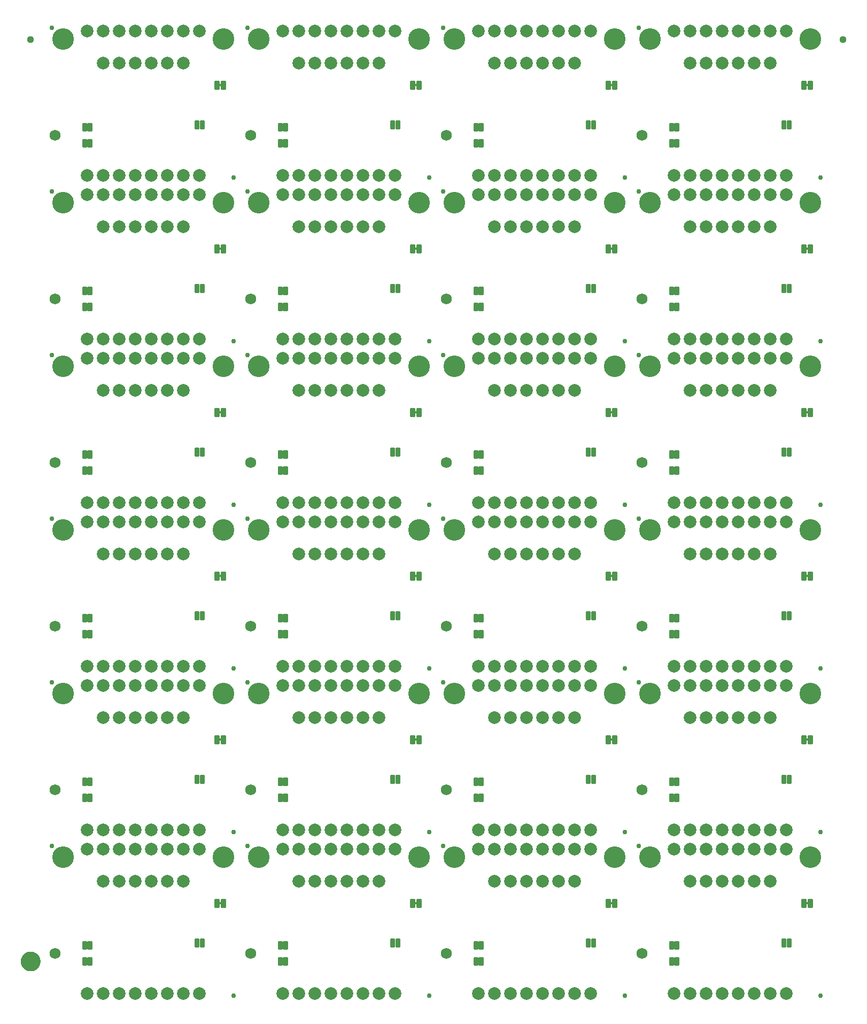
<source format=gbs>
G04 EAGLE Gerber RS-274X export*
G75*
%MOMM*%
%FSLAX34Y34*%
%LPD*%
%INSoldermask Bottom*%
%IPPOS*%
%AMOC8*
5,1,8,0,0,1.08239X$1,22.5*%
G01*
%ADD10C,3.429000*%
%ADD11C,0.228600*%
%ADD12C,2.006600*%
%ADD13C,1.727000*%
%ADD14C,0.762000*%
%ADD15C,0.228344*%
%ADD16C,1.127000*%
%ADD17C,1.270000*%
%ADD18C,1.627000*%

G36*
X585941Y1448955D02*
X585941Y1448955D01*
X586007Y1448957D01*
X586051Y1448975D01*
X586097Y1448983D01*
X586154Y1449017D01*
X586215Y1449042D01*
X586250Y1449073D01*
X586290Y1449098D01*
X586332Y1449149D01*
X586380Y1449193D01*
X586402Y1449235D01*
X586432Y1449272D01*
X586453Y1449334D01*
X586483Y1449393D01*
X586491Y1449447D01*
X586504Y1449484D01*
X586503Y1449524D01*
X586511Y1449578D01*
X586511Y1452118D01*
X586499Y1452183D01*
X586497Y1452249D01*
X586479Y1452292D01*
X586471Y1452339D01*
X586437Y1452396D01*
X586413Y1452456D01*
X586381Y1452491D01*
X586357Y1452532D01*
X586306Y1452574D01*
X586261Y1452622D01*
X586219Y1452644D01*
X586183Y1452673D01*
X586120Y1452694D01*
X586062Y1452725D01*
X586007Y1452733D01*
X585970Y1452745D01*
X585931Y1452744D01*
X585876Y1452752D01*
X582066Y1452752D01*
X582002Y1452741D01*
X581936Y1452739D01*
X581892Y1452721D01*
X581846Y1452713D01*
X581789Y1452679D01*
X581728Y1452654D01*
X581693Y1452623D01*
X581652Y1452598D01*
X581611Y1452547D01*
X581562Y1452503D01*
X581541Y1452461D01*
X581511Y1452424D01*
X581490Y1452362D01*
X581460Y1452303D01*
X581452Y1452249D01*
X581439Y1452212D01*
X581439Y1452209D01*
X581440Y1452172D01*
X581432Y1452118D01*
X581432Y1449578D01*
X581444Y1449513D01*
X581446Y1449447D01*
X581463Y1449404D01*
X581472Y1449357D01*
X581505Y1449300D01*
X581530Y1449240D01*
X581562Y1449205D01*
X581586Y1449164D01*
X581637Y1449123D01*
X581681Y1449074D01*
X581724Y1449052D01*
X581760Y1449023D01*
X581822Y1449002D01*
X581881Y1448971D01*
X581935Y1448963D01*
X581973Y1448951D01*
X582012Y1448952D01*
X582066Y1448944D01*
X585876Y1448944D01*
X585941Y1448955D01*
G37*
G36*
X276061Y1448955D02*
X276061Y1448955D01*
X276127Y1448957D01*
X276171Y1448975D01*
X276217Y1448983D01*
X276274Y1449017D01*
X276335Y1449042D01*
X276370Y1449073D01*
X276410Y1449098D01*
X276452Y1449149D01*
X276500Y1449193D01*
X276522Y1449235D01*
X276552Y1449272D01*
X276573Y1449334D01*
X276603Y1449393D01*
X276611Y1449447D01*
X276624Y1449484D01*
X276623Y1449524D01*
X276631Y1449578D01*
X276631Y1452118D01*
X276619Y1452183D01*
X276617Y1452249D01*
X276599Y1452292D01*
X276591Y1452339D01*
X276557Y1452396D01*
X276533Y1452456D01*
X276501Y1452491D01*
X276477Y1452532D01*
X276426Y1452574D01*
X276381Y1452622D01*
X276339Y1452644D01*
X276303Y1452673D01*
X276240Y1452694D01*
X276182Y1452725D01*
X276127Y1452733D01*
X276090Y1452745D01*
X276051Y1452744D01*
X275996Y1452752D01*
X272186Y1452752D01*
X272122Y1452741D01*
X272056Y1452739D01*
X272012Y1452721D01*
X271966Y1452713D01*
X271909Y1452679D01*
X271848Y1452654D01*
X271813Y1452623D01*
X271772Y1452598D01*
X271731Y1452547D01*
X271682Y1452503D01*
X271661Y1452461D01*
X271631Y1452424D01*
X271610Y1452362D01*
X271580Y1452303D01*
X271572Y1452249D01*
X271559Y1452212D01*
X271559Y1452209D01*
X271560Y1452172D01*
X271552Y1452118D01*
X271552Y1449578D01*
X271564Y1449513D01*
X271566Y1449447D01*
X271583Y1449404D01*
X271592Y1449357D01*
X271625Y1449300D01*
X271650Y1449240D01*
X271682Y1449205D01*
X271706Y1449164D01*
X271757Y1449123D01*
X271801Y1449074D01*
X271844Y1449052D01*
X271880Y1449023D01*
X271942Y1449002D01*
X272001Y1448971D01*
X272055Y1448963D01*
X272093Y1448951D01*
X272132Y1448952D01*
X272186Y1448944D01*
X275996Y1448944D01*
X276061Y1448955D01*
G37*
G36*
X1205701Y1448955D02*
X1205701Y1448955D01*
X1205767Y1448957D01*
X1205811Y1448975D01*
X1205857Y1448983D01*
X1205914Y1449017D01*
X1205975Y1449042D01*
X1206010Y1449073D01*
X1206050Y1449098D01*
X1206092Y1449149D01*
X1206140Y1449193D01*
X1206162Y1449235D01*
X1206192Y1449272D01*
X1206213Y1449334D01*
X1206243Y1449393D01*
X1206251Y1449447D01*
X1206264Y1449484D01*
X1206263Y1449524D01*
X1206271Y1449578D01*
X1206271Y1452118D01*
X1206259Y1452183D01*
X1206257Y1452249D01*
X1206239Y1452292D01*
X1206231Y1452339D01*
X1206197Y1452396D01*
X1206173Y1452456D01*
X1206141Y1452491D01*
X1206117Y1452532D01*
X1206066Y1452574D01*
X1206021Y1452622D01*
X1205979Y1452644D01*
X1205943Y1452673D01*
X1205880Y1452694D01*
X1205822Y1452725D01*
X1205767Y1452733D01*
X1205730Y1452745D01*
X1205691Y1452744D01*
X1205636Y1452752D01*
X1201826Y1452752D01*
X1201762Y1452741D01*
X1201696Y1452739D01*
X1201652Y1452721D01*
X1201606Y1452713D01*
X1201549Y1452679D01*
X1201488Y1452654D01*
X1201453Y1452623D01*
X1201412Y1452598D01*
X1201371Y1452547D01*
X1201322Y1452503D01*
X1201301Y1452461D01*
X1201271Y1452424D01*
X1201250Y1452362D01*
X1201220Y1452303D01*
X1201212Y1452249D01*
X1201199Y1452212D01*
X1201199Y1452209D01*
X1201200Y1452172D01*
X1201192Y1452118D01*
X1201192Y1449578D01*
X1201204Y1449513D01*
X1201206Y1449447D01*
X1201223Y1449404D01*
X1201232Y1449357D01*
X1201265Y1449300D01*
X1201290Y1449240D01*
X1201322Y1449205D01*
X1201346Y1449164D01*
X1201397Y1449123D01*
X1201441Y1449074D01*
X1201484Y1449052D01*
X1201520Y1449023D01*
X1201582Y1449002D01*
X1201641Y1448971D01*
X1201695Y1448963D01*
X1201733Y1448951D01*
X1201772Y1448952D01*
X1201826Y1448944D01*
X1205636Y1448944D01*
X1205701Y1448955D01*
G37*
G36*
X895821Y1448955D02*
X895821Y1448955D01*
X895887Y1448957D01*
X895931Y1448975D01*
X895977Y1448983D01*
X896034Y1449017D01*
X896095Y1449042D01*
X896130Y1449073D01*
X896170Y1449098D01*
X896212Y1449149D01*
X896260Y1449193D01*
X896282Y1449235D01*
X896312Y1449272D01*
X896333Y1449334D01*
X896363Y1449393D01*
X896371Y1449447D01*
X896384Y1449484D01*
X896383Y1449524D01*
X896391Y1449578D01*
X896391Y1452118D01*
X896379Y1452183D01*
X896377Y1452249D01*
X896359Y1452292D01*
X896351Y1452339D01*
X896317Y1452396D01*
X896293Y1452456D01*
X896261Y1452491D01*
X896237Y1452532D01*
X896186Y1452574D01*
X896141Y1452622D01*
X896099Y1452644D01*
X896063Y1452673D01*
X896000Y1452694D01*
X895942Y1452725D01*
X895887Y1452733D01*
X895850Y1452745D01*
X895811Y1452744D01*
X895756Y1452752D01*
X891946Y1452752D01*
X891882Y1452741D01*
X891816Y1452739D01*
X891772Y1452721D01*
X891726Y1452713D01*
X891669Y1452679D01*
X891608Y1452654D01*
X891573Y1452623D01*
X891532Y1452598D01*
X891491Y1452547D01*
X891442Y1452503D01*
X891421Y1452461D01*
X891391Y1452424D01*
X891370Y1452362D01*
X891340Y1452303D01*
X891332Y1452249D01*
X891319Y1452212D01*
X891319Y1452209D01*
X891320Y1452172D01*
X891312Y1452118D01*
X891312Y1449578D01*
X891324Y1449513D01*
X891326Y1449447D01*
X891343Y1449404D01*
X891352Y1449357D01*
X891385Y1449300D01*
X891410Y1449240D01*
X891442Y1449205D01*
X891466Y1449164D01*
X891517Y1449123D01*
X891561Y1449074D01*
X891604Y1449052D01*
X891640Y1449023D01*
X891702Y1449002D01*
X891761Y1448971D01*
X891815Y1448963D01*
X891853Y1448951D01*
X891892Y1448952D01*
X891946Y1448944D01*
X895756Y1448944D01*
X895821Y1448955D01*
G37*
G36*
X1205701Y1189875D02*
X1205701Y1189875D01*
X1205767Y1189877D01*
X1205811Y1189895D01*
X1205857Y1189903D01*
X1205914Y1189937D01*
X1205975Y1189962D01*
X1206010Y1189993D01*
X1206050Y1190018D01*
X1206092Y1190069D01*
X1206140Y1190113D01*
X1206162Y1190155D01*
X1206192Y1190192D01*
X1206213Y1190254D01*
X1206243Y1190313D01*
X1206251Y1190367D01*
X1206264Y1190404D01*
X1206263Y1190444D01*
X1206271Y1190498D01*
X1206271Y1193038D01*
X1206259Y1193103D01*
X1206257Y1193169D01*
X1206239Y1193212D01*
X1206231Y1193259D01*
X1206197Y1193316D01*
X1206173Y1193376D01*
X1206141Y1193411D01*
X1206117Y1193452D01*
X1206066Y1193494D01*
X1206021Y1193542D01*
X1205979Y1193564D01*
X1205943Y1193593D01*
X1205880Y1193614D01*
X1205822Y1193645D01*
X1205767Y1193653D01*
X1205730Y1193665D01*
X1205691Y1193664D01*
X1205636Y1193672D01*
X1201826Y1193672D01*
X1201762Y1193661D01*
X1201696Y1193659D01*
X1201652Y1193641D01*
X1201606Y1193633D01*
X1201549Y1193599D01*
X1201488Y1193574D01*
X1201453Y1193543D01*
X1201412Y1193518D01*
X1201371Y1193467D01*
X1201322Y1193423D01*
X1201301Y1193381D01*
X1201271Y1193344D01*
X1201250Y1193282D01*
X1201220Y1193223D01*
X1201212Y1193169D01*
X1201199Y1193132D01*
X1201199Y1193129D01*
X1201200Y1193092D01*
X1201192Y1193038D01*
X1201192Y1190498D01*
X1201204Y1190433D01*
X1201206Y1190367D01*
X1201223Y1190324D01*
X1201232Y1190277D01*
X1201265Y1190220D01*
X1201290Y1190160D01*
X1201322Y1190125D01*
X1201346Y1190084D01*
X1201397Y1190043D01*
X1201441Y1189994D01*
X1201484Y1189972D01*
X1201520Y1189943D01*
X1201582Y1189922D01*
X1201641Y1189891D01*
X1201695Y1189883D01*
X1201733Y1189871D01*
X1201772Y1189872D01*
X1201826Y1189864D01*
X1205636Y1189864D01*
X1205701Y1189875D01*
G37*
G36*
X895821Y1189875D02*
X895821Y1189875D01*
X895887Y1189877D01*
X895931Y1189895D01*
X895977Y1189903D01*
X896034Y1189937D01*
X896095Y1189962D01*
X896130Y1189993D01*
X896170Y1190018D01*
X896212Y1190069D01*
X896260Y1190113D01*
X896282Y1190155D01*
X896312Y1190192D01*
X896333Y1190254D01*
X896363Y1190313D01*
X896371Y1190367D01*
X896384Y1190404D01*
X896383Y1190444D01*
X896391Y1190498D01*
X896391Y1193038D01*
X896379Y1193103D01*
X896377Y1193169D01*
X896359Y1193212D01*
X896351Y1193259D01*
X896317Y1193316D01*
X896293Y1193376D01*
X896261Y1193411D01*
X896237Y1193452D01*
X896186Y1193494D01*
X896141Y1193542D01*
X896099Y1193564D01*
X896063Y1193593D01*
X896000Y1193614D01*
X895942Y1193645D01*
X895887Y1193653D01*
X895850Y1193665D01*
X895811Y1193664D01*
X895756Y1193672D01*
X891946Y1193672D01*
X891882Y1193661D01*
X891816Y1193659D01*
X891772Y1193641D01*
X891726Y1193633D01*
X891669Y1193599D01*
X891608Y1193574D01*
X891573Y1193543D01*
X891532Y1193518D01*
X891491Y1193467D01*
X891442Y1193423D01*
X891421Y1193381D01*
X891391Y1193344D01*
X891370Y1193282D01*
X891340Y1193223D01*
X891332Y1193169D01*
X891319Y1193132D01*
X891319Y1193129D01*
X891320Y1193092D01*
X891312Y1193038D01*
X891312Y1190498D01*
X891324Y1190433D01*
X891326Y1190367D01*
X891343Y1190324D01*
X891352Y1190277D01*
X891385Y1190220D01*
X891410Y1190160D01*
X891442Y1190125D01*
X891466Y1190084D01*
X891517Y1190043D01*
X891561Y1189994D01*
X891604Y1189972D01*
X891640Y1189943D01*
X891702Y1189922D01*
X891761Y1189891D01*
X891815Y1189883D01*
X891853Y1189871D01*
X891892Y1189872D01*
X891946Y1189864D01*
X895756Y1189864D01*
X895821Y1189875D01*
G37*
G36*
X585941Y1189875D02*
X585941Y1189875D01*
X586007Y1189877D01*
X586051Y1189895D01*
X586097Y1189903D01*
X586154Y1189937D01*
X586215Y1189962D01*
X586250Y1189993D01*
X586290Y1190018D01*
X586332Y1190069D01*
X586380Y1190113D01*
X586402Y1190155D01*
X586432Y1190192D01*
X586453Y1190254D01*
X586483Y1190313D01*
X586491Y1190367D01*
X586504Y1190404D01*
X586503Y1190444D01*
X586511Y1190498D01*
X586511Y1193038D01*
X586499Y1193103D01*
X586497Y1193169D01*
X586479Y1193212D01*
X586471Y1193259D01*
X586437Y1193316D01*
X586413Y1193376D01*
X586381Y1193411D01*
X586357Y1193452D01*
X586306Y1193494D01*
X586261Y1193542D01*
X586219Y1193564D01*
X586183Y1193593D01*
X586120Y1193614D01*
X586062Y1193645D01*
X586007Y1193653D01*
X585970Y1193665D01*
X585931Y1193664D01*
X585876Y1193672D01*
X582066Y1193672D01*
X582002Y1193661D01*
X581936Y1193659D01*
X581892Y1193641D01*
X581846Y1193633D01*
X581789Y1193599D01*
X581728Y1193574D01*
X581693Y1193543D01*
X581652Y1193518D01*
X581611Y1193467D01*
X581562Y1193423D01*
X581541Y1193381D01*
X581511Y1193344D01*
X581490Y1193282D01*
X581460Y1193223D01*
X581452Y1193169D01*
X581439Y1193132D01*
X581439Y1193129D01*
X581440Y1193092D01*
X581432Y1193038D01*
X581432Y1190498D01*
X581444Y1190433D01*
X581446Y1190367D01*
X581463Y1190324D01*
X581472Y1190277D01*
X581505Y1190220D01*
X581530Y1190160D01*
X581562Y1190125D01*
X581586Y1190084D01*
X581637Y1190043D01*
X581681Y1189994D01*
X581724Y1189972D01*
X581760Y1189943D01*
X581822Y1189922D01*
X581881Y1189891D01*
X581935Y1189883D01*
X581973Y1189871D01*
X582012Y1189872D01*
X582066Y1189864D01*
X585876Y1189864D01*
X585941Y1189875D01*
G37*
G36*
X276061Y1189875D02*
X276061Y1189875D01*
X276127Y1189877D01*
X276171Y1189895D01*
X276217Y1189903D01*
X276274Y1189937D01*
X276335Y1189962D01*
X276370Y1189993D01*
X276410Y1190018D01*
X276452Y1190069D01*
X276500Y1190113D01*
X276522Y1190155D01*
X276552Y1190192D01*
X276573Y1190254D01*
X276603Y1190313D01*
X276611Y1190367D01*
X276624Y1190404D01*
X276623Y1190444D01*
X276631Y1190498D01*
X276631Y1193038D01*
X276619Y1193103D01*
X276617Y1193169D01*
X276599Y1193212D01*
X276591Y1193259D01*
X276557Y1193316D01*
X276533Y1193376D01*
X276501Y1193411D01*
X276477Y1193452D01*
X276426Y1193494D01*
X276381Y1193542D01*
X276339Y1193564D01*
X276303Y1193593D01*
X276240Y1193614D01*
X276182Y1193645D01*
X276127Y1193653D01*
X276090Y1193665D01*
X276051Y1193664D01*
X275996Y1193672D01*
X272186Y1193672D01*
X272122Y1193661D01*
X272056Y1193659D01*
X272012Y1193641D01*
X271966Y1193633D01*
X271909Y1193599D01*
X271848Y1193574D01*
X271813Y1193543D01*
X271772Y1193518D01*
X271731Y1193467D01*
X271682Y1193423D01*
X271661Y1193381D01*
X271631Y1193344D01*
X271610Y1193282D01*
X271580Y1193223D01*
X271572Y1193169D01*
X271559Y1193132D01*
X271559Y1193129D01*
X271560Y1193092D01*
X271552Y1193038D01*
X271552Y1190498D01*
X271564Y1190433D01*
X271566Y1190367D01*
X271583Y1190324D01*
X271592Y1190277D01*
X271625Y1190220D01*
X271650Y1190160D01*
X271682Y1190125D01*
X271706Y1190084D01*
X271757Y1190043D01*
X271801Y1189994D01*
X271844Y1189972D01*
X271880Y1189943D01*
X271942Y1189922D01*
X272001Y1189891D01*
X272055Y1189883D01*
X272093Y1189871D01*
X272132Y1189872D01*
X272186Y1189864D01*
X275996Y1189864D01*
X276061Y1189875D01*
G37*
G36*
X1205701Y930795D02*
X1205701Y930795D01*
X1205767Y930797D01*
X1205811Y930815D01*
X1205857Y930823D01*
X1205914Y930857D01*
X1205975Y930882D01*
X1206010Y930913D01*
X1206050Y930938D01*
X1206092Y930989D01*
X1206140Y931033D01*
X1206162Y931075D01*
X1206192Y931112D01*
X1206213Y931174D01*
X1206243Y931233D01*
X1206251Y931287D01*
X1206264Y931324D01*
X1206263Y931364D01*
X1206271Y931418D01*
X1206271Y933958D01*
X1206259Y934023D01*
X1206257Y934089D01*
X1206239Y934132D01*
X1206231Y934179D01*
X1206197Y934236D01*
X1206173Y934296D01*
X1206141Y934331D01*
X1206117Y934372D01*
X1206066Y934414D01*
X1206021Y934462D01*
X1205979Y934484D01*
X1205943Y934513D01*
X1205880Y934534D01*
X1205822Y934565D01*
X1205767Y934573D01*
X1205730Y934585D01*
X1205691Y934584D01*
X1205636Y934592D01*
X1201826Y934592D01*
X1201762Y934581D01*
X1201696Y934579D01*
X1201652Y934561D01*
X1201606Y934553D01*
X1201549Y934519D01*
X1201488Y934494D01*
X1201453Y934463D01*
X1201412Y934438D01*
X1201371Y934387D01*
X1201322Y934343D01*
X1201301Y934301D01*
X1201271Y934264D01*
X1201250Y934202D01*
X1201220Y934143D01*
X1201212Y934089D01*
X1201199Y934052D01*
X1201199Y934049D01*
X1201200Y934012D01*
X1201192Y933958D01*
X1201192Y931418D01*
X1201204Y931353D01*
X1201206Y931287D01*
X1201223Y931244D01*
X1201232Y931197D01*
X1201265Y931140D01*
X1201290Y931080D01*
X1201322Y931045D01*
X1201346Y931004D01*
X1201397Y930963D01*
X1201441Y930914D01*
X1201484Y930892D01*
X1201520Y930863D01*
X1201582Y930842D01*
X1201641Y930811D01*
X1201695Y930803D01*
X1201733Y930791D01*
X1201772Y930792D01*
X1201826Y930784D01*
X1205636Y930784D01*
X1205701Y930795D01*
G37*
G36*
X895821Y930795D02*
X895821Y930795D01*
X895887Y930797D01*
X895931Y930815D01*
X895977Y930823D01*
X896034Y930857D01*
X896095Y930882D01*
X896130Y930913D01*
X896170Y930938D01*
X896212Y930989D01*
X896260Y931033D01*
X896282Y931075D01*
X896312Y931112D01*
X896333Y931174D01*
X896363Y931233D01*
X896371Y931287D01*
X896384Y931324D01*
X896383Y931364D01*
X896391Y931418D01*
X896391Y933958D01*
X896379Y934023D01*
X896377Y934089D01*
X896359Y934132D01*
X896351Y934179D01*
X896317Y934236D01*
X896293Y934296D01*
X896261Y934331D01*
X896237Y934372D01*
X896186Y934414D01*
X896141Y934462D01*
X896099Y934484D01*
X896063Y934513D01*
X896000Y934534D01*
X895942Y934565D01*
X895887Y934573D01*
X895850Y934585D01*
X895811Y934584D01*
X895756Y934592D01*
X891946Y934592D01*
X891882Y934581D01*
X891816Y934579D01*
X891772Y934561D01*
X891726Y934553D01*
X891669Y934519D01*
X891608Y934494D01*
X891573Y934463D01*
X891532Y934438D01*
X891491Y934387D01*
X891442Y934343D01*
X891421Y934301D01*
X891391Y934264D01*
X891370Y934202D01*
X891340Y934143D01*
X891332Y934089D01*
X891319Y934052D01*
X891319Y934049D01*
X891320Y934012D01*
X891312Y933958D01*
X891312Y931418D01*
X891324Y931353D01*
X891326Y931287D01*
X891343Y931244D01*
X891352Y931197D01*
X891385Y931140D01*
X891410Y931080D01*
X891442Y931045D01*
X891466Y931004D01*
X891517Y930963D01*
X891561Y930914D01*
X891604Y930892D01*
X891640Y930863D01*
X891702Y930842D01*
X891761Y930811D01*
X891815Y930803D01*
X891853Y930791D01*
X891892Y930792D01*
X891946Y930784D01*
X895756Y930784D01*
X895821Y930795D01*
G37*
G36*
X585941Y930795D02*
X585941Y930795D01*
X586007Y930797D01*
X586051Y930815D01*
X586097Y930823D01*
X586154Y930857D01*
X586215Y930882D01*
X586250Y930913D01*
X586290Y930938D01*
X586332Y930989D01*
X586380Y931033D01*
X586402Y931075D01*
X586432Y931112D01*
X586453Y931174D01*
X586483Y931233D01*
X586491Y931287D01*
X586504Y931324D01*
X586503Y931364D01*
X586511Y931418D01*
X586511Y933958D01*
X586499Y934023D01*
X586497Y934089D01*
X586479Y934132D01*
X586471Y934179D01*
X586437Y934236D01*
X586413Y934296D01*
X586381Y934331D01*
X586357Y934372D01*
X586306Y934414D01*
X586261Y934462D01*
X586219Y934484D01*
X586183Y934513D01*
X586120Y934534D01*
X586062Y934565D01*
X586007Y934573D01*
X585970Y934585D01*
X585931Y934584D01*
X585876Y934592D01*
X582066Y934592D01*
X582002Y934581D01*
X581936Y934579D01*
X581892Y934561D01*
X581846Y934553D01*
X581789Y934519D01*
X581728Y934494D01*
X581693Y934463D01*
X581652Y934438D01*
X581611Y934387D01*
X581562Y934343D01*
X581541Y934301D01*
X581511Y934264D01*
X581490Y934202D01*
X581460Y934143D01*
X581452Y934089D01*
X581439Y934052D01*
X581439Y934049D01*
X581440Y934012D01*
X581432Y933958D01*
X581432Y931418D01*
X581444Y931353D01*
X581446Y931287D01*
X581463Y931244D01*
X581472Y931197D01*
X581505Y931140D01*
X581530Y931080D01*
X581562Y931045D01*
X581586Y931004D01*
X581637Y930963D01*
X581681Y930914D01*
X581724Y930892D01*
X581760Y930863D01*
X581822Y930842D01*
X581881Y930811D01*
X581935Y930803D01*
X581973Y930791D01*
X582012Y930792D01*
X582066Y930784D01*
X585876Y930784D01*
X585941Y930795D01*
G37*
G36*
X276061Y930795D02*
X276061Y930795D01*
X276127Y930797D01*
X276171Y930815D01*
X276217Y930823D01*
X276274Y930857D01*
X276335Y930882D01*
X276370Y930913D01*
X276410Y930938D01*
X276452Y930989D01*
X276500Y931033D01*
X276522Y931075D01*
X276552Y931112D01*
X276573Y931174D01*
X276603Y931233D01*
X276611Y931287D01*
X276624Y931324D01*
X276623Y931364D01*
X276631Y931418D01*
X276631Y933958D01*
X276619Y934023D01*
X276617Y934089D01*
X276599Y934132D01*
X276591Y934179D01*
X276557Y934236D01*
X276533Y934296D01*
X276501Y934331D01*
X276477Y934372D01*
X276426Y934414D01*
X276381Y934462D01*
X276339Y934484D01*
X276303Y934513D01*
X276240Y934534D01*
X276182Y934565D01*
X276127Y934573D01*
X276090Y934585D01*
X276051Y934584D01*
X275996Y934592D01*
X272186Y934592D01*
X272122Y934581D01*
X272056Y934579D01*
X272012Y934561D01*
X271966Y934553D01*
X271909Y934519D01*
X271848Y934494D01*
X271813Y934463D01*
X271772Y934438D01*
X271731Y934387D01*
X271682Y934343D01*
X271661Y934301D01*
X271631Y934264D01*
X271610Y934202D01*
X271580Y934143D01*
X271572Y934089D01*
X271559Y934052D01*
X271559Y934049D01*
X271560Y934012D01*
X271552Y933958D01*
X271552Y931418D01*
X271564Y931353D01*
X271566Y931287D01*
X271583Y931244D01*
X271592Y931197D01*
X271625Y931140D01*
X271650Y931080D01*
X271682Y931045D01*
X271706Y931004D01*
X271757Y930963D01*
X271801Y930914D01*
X271844Y930892D01*
X271880Y930863D01*
X271942Y930842D01*
X272001Y930811D01*
X272055Y930803D01*
X272093Y930791D01*
X272132Y930792D01*
X272186Y930784D01*
X275996Y930784D01*
X276061Y930795D01*
G37*
G36*
X1205701Y671715D02*
X1205701Y671715D01*
X1205767Y671717D01*
X1205811Y671735D01*
X1205857Y671743D01*
X1205914Y671777D01*
X1205975Y671802D01*
X1206010Y671833D01*
X1206050Y671858D01*
X1206092Y671909D01*
X1206140Y671953D01*
X1206162Y671995D01*
X1206192Y672032D01*
X1206213Y672094D01*
X1206243Y672153D01*
X1206251Y672207D01*
X1206264Y672244D01*
X1206263Y672284D01*
X1206271Y672338D01*
X1206271Y674878D01*
X1206259Y674943D01*
X1206257Y675009D01*
X1206239Y675052D01*
X1206231Y675099D01*
X1206197Y675156D01*
X1206173Y675216D01*
X1206141Y675251D01*
X1206117Y675292D01*
X1206066Y675334D01*
X1206021Y675382D01*
X1205979Y675404D01*
X1205943Y675433D01*
X1205880Y675454D01*
X1205822Y675485D01*
X1205767Y675493D01*
X1205730Y675505D01*
X1205691Y675504D01*
X1205636Y675512D01*
X1201826Y675512D01*
X1201762Y675501D01*
X1201696Y675499D01*
X1201652Y675481D01*
X1201606Y675473D01*
X1201549Y675439D01*
X1201488Y675414D01*
X1201453Y675383D01*
X1201412Y675358D01*
X1201371Y675307D01*
X1201322Y675263D01*
X1201301Y675221D01*
X1201271Y675184D01*
X1201250Y675122D01*
X1201220Y675063D01*
X1201212Y675009D01*
X1201199Y674972D01*
X1201199Y674969D01*
X1201200Y674932D01*
X1201192Y674878D01*
X1201192Y672338D01*
X1201204Y672273D01*
X1201206Y672207D01*
X1201223Y672164D01*
X1201232Y672117D01*
X1201265Y672060D01*
X1201290Y672000D01*
X1201322Y671965D01*
X1201346Y671924D01*
X1201397Y671883D01*
X1201441Y671834D01*
X1201484Y671812D01*
X1201520Y671783D01*
X1201582Y671762D01*
X1201641Y671731D01*
X1201695Y671723D01*
X1201733Y671711D01*
X1201772Y671712D01*
X1201826Y671704D01*
X1205636Y671704D01*
X1205701Y671715D01*
G37*
G36*
X895821Y671715D02*
X895821Y671715D01*
X895887Y671717D01*
X895931Y671735D01*
X895977Y671743D01*
X896034Y671777D01*
X896095Y671802D01*
X896130Y671833D01*
X896170Y671858D01*
X896212Y671909D01*
X896260Y671953D01*
X896282Y671995D01*
X896312Y672032D01*
X896333Y672094D01*
X896363Y672153D01*
X896371Y672207D01*
X896384Y672244D01*
X896383Y672284D01*
X896391Y672338D01*
X896391Y674878D01*
X896379Y674943D01*
X896377Y675009D01*
X896359Y675052D01*
X896351Y675099D01*
X896317Y675156D01*
X896293Y675216D01*
X896261Y675251D01*
X896237Y675292D01*
X896186Y675334D01*
X896141Y675382D01*
X896099Y675404D01*
X896063Y675433D01*
X896000Y675454D01*
X895942Y675485D01*
X895887Y675493D01*
X895850Y675505D01*
X895811Y675504D01*
X895756Y675512D01*
X891946Y675512D01*
X891882Y675501D01*
X891816Y675499D01*
X891772Y675481D01*
X891726Y675473D01*
X891669Y675439D01*
X891608Y675414D01*
X891573Y675383D01*
X891532Y675358D01*
X891491Y675307D01*
X891442Y675263D01*
X891421Y675221D01*
X891391Y675184D01*
X891370Y675122D01*
X891340Y675063D01*
X891332Y675009D01*
X891319Y674972D01*
X891319Y674969D01*
X891320Y674932D01*
X891312Y674878D01*
X891312Y672338D01*
X891324Y672273D01*
X891326Y672207D01*
X891343Y672164D01*
X891352Y672117D01*
X891385Y672060D01*
X891410Y672000D01*
X891442Y671965D01*
X891466Y671924D01*
X891517Y671883D01*
X891561Y671834D01*
X891604Y671812D01*
X891640Y671783D01*
X891702Y671762D01*
X891761Y671731D01*
X891815Y671723D01*
X891853Y671711D01*
X891892Y671712D01*
X891946Y671704D01*
X895756Y671704D01*
X895821Y671715D01*
G37*
G36*
X585941Y671715D02*
X585941Y671715D01*
X586007Y671717D01*
X586051Y671735D01*
X586097Y671743D01*
X586154Y671777D01*
X586215Y671802D01*
X586250Y671833D01*
X586290Y671858D01*
X586332Y671909D01*
X586380Y671953D01*
X586402Y671995D01*
X586432Y672032D01*
X586453Y672094D01*
X586483Y672153D01*
X586491Y672207D01*
X586504Y672244D01*
X586503Y672284D01*
X586511Y672338D01*
X586511Y674878D01*
X586499Y674943D01*
X586497Y675009D01*
X586479Y675052D01*
X586471Y675099D01*
X586437Y675156D01*
X586413Y675216D01*
X586381Y675251D01*
X586357Y675292D01*
X586306Y675334D01*
X586261Y675382D01*
X586219Y675404D01*
X586183Y675433D01*
X586120Y675454D01*
X586062Y675485D01*
X586007Y675493D01*
X585970Y675505D01*
X585931Y675504D01*
X585876Y675512D01*
X582066Y675512D01*
X582002Y675501D01*
X581936Y675499D01*
X581892Y675481D01*
X581846Y675473D01*
X581789Y675439D01*
X581728Y675414D01*
X581693Y675383D01*
X581652Y675358D01*
X581611Y675307D01*
X581562Y675263D01*
X581541Y675221D01*
X581511Y675184D01*
X581490Y675122D01*
X581460Y675063D01*
X581452Y675009D01*
X581439Y674972D01*
X581439Y674969D01*
X581440Y674932D01*
X581432Y674878D01*
X581432Y672338D01*
X581444Y672273D01*
X581446Y672207D01*
X581463Y672164D01*
X581472Y672117D01*
X581505Y672060D01*
X581530Y672000D01*
X581562Y671965D01*
X581586Y671924D01*
X581637Y671883D01*
X581681Y671834D01*
X581724Y671812D01*
X581760Y671783D01*
X581822Y671762D01*
X581881Y671731D01*
X581935Y671723D01*
X581973Y671711D01*
X582012Y671712D01*
X582066Y671704D01*
X585876Y671704D01*
X585941Y671715D01*
G37*
G36*
X276061Y671715D02*
X276061Y671715D01*
X276127Y671717D01*
X276171Y671735D01*
X276217Y671743D01*
X276274Y671777D01*
X276335Y671802D01*
X276370Y671833D01*
X276410Y671858D01*
X276452Y671909D01*
X276500Y671953D01*
X276522Y671995D01*
X276552Y672032D01*
X276573Y672094D01*
X276603Y672153D01*
X276611Y672207D01*
X276624Y672244D01*
X276623Y672284D01*
X276631Y672338D01*
X276631Y674878D01*
X276619Y674943D01*
X276617Y675009D01*
X276599Y675052D01*
X276591Y675099D01*
X276557Y675156D01*
X276533Y675216D01*
X276501Y675251D01*
X276477Y675292D01*
X276426Y675334D01*
X276381Y675382D01*
X276339Y675404D01*
X276303Y675433D01*
X276240Y675454D01*
X276182Y675485D01*
X276127Y675493D01*
X276090Y675505D01*
X276051Y675504D01*
X275996Y675512D01*
X272186Y675512D01*
X272122Y675501D01*
X272056Y675499D01*
X272012Y675481D01*
X271966Y675473D01*
X271909Y675439D01*
X271848Y675414D01*
X271813Y675383D01*
X271772Y675358D01*
X271731Y675307D01*
X271682Y675263D01*
X271661Y675221D01*
X271631Y675184D01*
X271610Y675122D01*
X271580Y675063D01*
X271572Y675009D01*
X271559Y674972D01*
X271559Y674969D01*
X271560Y674932D01*
X271552Y674878D01*
X271552Y672338D01*
X271564Y672273D01*
X271566Y672207D01*
X271583Y672164D01*
X271592Y672117D01*
X271625Y672060D01*
X271650Y672000D01*
X271682Y671965D01*
X271706Y671924D01*
X271757Y671883D01*
X271801Y671834D01*
X271844Y671812D01*
X271880Y671783D01*
X271942Y671762D01*
X272001Y671731D01*
X272055Y671723D01*
X272093Y671711D01*
X272132Y671712D01*
X272186Y671704D01*
X275996Y671704D01*
X276061Y671715D01*
G37*
G36*
X585941Y412635D02*
X585941Y412635D01*
X586007Y412637D01*
X586051Y412655D01*
X586097Y412663D01*
X586154Y412697D01*
X586215Y412722D01*
X586250Y412753D01*
X586290Y412778D01*
X586332Y412829D01*
X586380Y412873D01*
X586402Y412915D01*
X586432Y412952D01*
X586453Y413014D01*
X586483Y413073D01*
X586491Y413127D01*
X586504Y413164D01*
X586503Y413204D01*
X586511Y413258D01*
X586511Y415798D01*
X586499Y415863D01*
X586497Y415929D01*
X586479Y415972D01*
X586471Y416019D01*
X586437Y416076D01*
X586413Y416136D01*
X586381Y416171D01*
X586357Y416212D01*
X586306Y416254D01*
X586261Y416302D01*
X586219Y416324D01*
X586183Y416353D01*
X586120Y416374D01*
X586062Y416405D01*
X586007Y416413D01*
X585970Y416425D01*
X585931Y416424D01*
X585876Y416432D01*
X582066Y416432D01*
X582002Y416421D01*
X581936Y416419D01*
X581892Y416401D01*
X581846Y416393D01*
X581789Y416359D01*
X581728Y416334D01*
X581693Y416303D01*
X581652Y416278D01*
X581611Y416227D01*
X581562Y416183D01*
X581541Y416141D01*
X581511Y416104D01*
X581490Y416042D01*
X581460Y415983D01*
X581452Y415929D01*
X581439Y415892D01*
X581439Y415889D01*
X581440Y415852D01*
X581432Y415798D01*
X581432Y413258D01*
X581444Y413193D01*
X581446Y413127D01*
X581463Y413084D01*
X581472Y413037D01*
X581505Y412980D01*
X581530Y412920D01*
X581562Y412885D01*
X581586Y412844D01*
X581637Y412803D01*
X581681Y412754D01*
X581724Y412732D01*
X581760Y412703D01*
X581822Y412682D01*
X581881Y412651D01*
X581935Y412643D01*
X581973Y412631D01*
X582012Y412632D01*
X582066Y412624D01*
X585876Y412624D01*
X585941Y412635D01*
G37*
G36*
X276061Y412635D02*
X276061Y412635D01*
X276127Y412637D01*
X276171Y412655D01*
X276217Y412663D01*
X276274Y412697D01*
X276335Y412722D01*
X276370Y412753D01*
X276410Y412778D01*
X276452Y412829D01*
X276500Y412873D01*
X276522Y412915D01*
X276552Y412952D01*
X276573Y413014D01*
X276603Y413073D01*
X276611Y413127D01*
X276624Y413164D01*
X276623Y413204D01*
X276631Y413258D01*
X276631Y415798D01*
X276619Y415863D01*
X276617Y415929D01*
X276599Y415972D01*
X276591Y416019D01*
X276557Y416076D01*
X276533Y416136D01*
X276501Y416171D01*
X276477Y416212D01*
X276426Y416254D01*
X276381Y416302D01*
X276339Y416324D01*
X276303Y416353D01*
X276240Y416374D01*
X276182Y416405D01*
X276127Y416413D01*
X276090Y416425D01*
X276051Y416424D01*
X275996Y416432D01*
X272186Y416432D01*
X272122Y416421D01*
X272056Y416419D01*
X272012Y416401D01*
X271966Y416393D01*
X271909Y416359D01*
X271848Y416334D01*
X271813Y416303D01*
X271772Y416278D01*
X271731Y416227D01*
X271682Y416183D01*
X271661Y416141D01*
X271631Y416104D01*
X271610Y416042D01*
X271580Y415983D01*
X271572Y415929D01*
X271559Y415892D01*
X271559Y415889D01*
X271560Y415852D01*
X271552Y415798D01*
X271552Y413258D01*
X271564Y413193D01*
X271566Y413127D01*
X271583Y413084D01*
X271592Y413037D01*
X271625Y412980D01*
X271650Y412920D01*
X271682Y412885D01*
X271706Y412844D01*
X271757Y412803D01*
X271801Y412754D01*
X271844Y412732D01*
X271880Y412703D01*
X271942Y412682D01*
X272001Y412651D01*
X272055Y412643D01*
X272093Y412631D01*
X272132Y412632D01*
X272186Y412624D01*
X275996Y412624D01*
X276061Y412635D01*
G37*
G36*
X1205701Y412635D02*
X1205701Y412635D01*
X1205767Y412637D01*
X1205811Y412655D01*
X1205857Y412663D01*
X1205914Y412697D01*
X1205975Y412722D01*
X1206010Y412753D01*
X1206050Y412778D01*
X1206092Y412829D01*
X1206140Y412873D01*
X1206162Y412915D01*
X1206192Y412952D01*
X1206213Y413014D01*
X1206243Y413073D01*
X1206251Y413127D01*
X1206264Y413164D01*
X1206263Y413204D01*
X1206271Y413258D01*
X1206271Y415798D01*
X1206259Y415863D01*
X1206257Y415929D01*
X1206239Y415972D01*
X1206231Y416019D01*
X1206197Y416076D01*
X1206173Y416136D01*
X1206141Y416171D01*
X1206117Y416212D01*
X1206066Y416254D01*
X1206021Y416302D01*
X1205979Y416324D01*
X1205943Y416353D01*
X1205880Y416374D01*
X1205822Y416405D01*
X1205767Y416413D01*
X1205730Y416425D01*
X1205691Y416424D01*
X1205636Y416432D01*
X1201826Y416432D01*
X1201762Y416421D01*
X1201696Y416419D01*
X1201652Y416401D01*
X1201606Y416393D01*
X1201549Y416359D01*
X1201488Y416334D01*
X1201453Y416303D01*
X1201412Y416278D01*
X1201371Y416227D01*
X1201322Y416183D01*
X1201301Y416141D01*
X1201271Y416104D01*
X1201250Y416042D01*
X1201220Y415983D01*
X1201212Y415929D01*
X1201199Y415892D01*
X1201199Y415889D01*
X1201200Y415852D01*
X1201192Y415798D01*
X1201192Y413258D01*
X1201204Y413193D01*
X1201206Y413127D01*
X1201223Y413084D01*
X1201232Y413037D01*
X1201265Y412980D01*
X1201290Y412920D01*
X1201322Y412885D01*
X1201346Y412844D01*
X1201397Y412803D01*
X1201441Y412754D01*
X1201484Y412732D01*
X1201520Y412703D01*
X1201582Y412682D01*
X1201641Y412651D01*
X1201695Y412643D01*
X1201733Y412631D01*
X1201772Y412632D01*
X1201826Y412624D01*
X1205636Y412624D01*
X1205701Y412635D01*
G37*
G36*
X895821Y412635D02*
X895821Y412635D01*
X895887Y412637D01*
X895931Y412655D01*
X895977Y412663D01*
X896034Y412697D01*
X896095Y412722D01*
X896130Y412753D01*
X896170Y412778D01*
X896212Y412829D01*
X896260Y412873D01*
X896282Y412915D01*
X896312Y412952D01*
X896333Y413014D01*
X896363Y413073D01*
X896371Y413127D01*
X896384Y413164D01*
X896383Y413204D01*
X896391Y413258D01*
X896391Y415798D01*
X896379Y415863D01*
X896377Y415929D01*
X896359Y415972D01*
X896351Y416019D01*
X896317Y416076D01*
X896293Y416136D01*
X896261Y416171D01*
X896237Y416212D01*
X896186Y416254D01*
X896141Y416302D01*
X896099Y416324D01*
X896063Y416353D01*
X896000Y416374D01*
X895942Y416405D01*
X895887Y416413D01*
X895850Y416425D01*
X895811Y416424D01*
X895756Y416432D01*
X891946Y416432D01*
X891882Y416421D01*
X891816Y416419D01*
X891772Y416401D01*
X891726Y416393D01*
X891669Y416359D01*
X891608Y416334D01*
X891573Y416303D01*
X891532Y416278D01*
X891491Y416227D01*
X891442Y416183D01*
X891421Y416141D01*
X891391Y416104D01*
X891370Y416042D01*
X891340Y415983D01*
X891332Y415929D01*
X891319Y415892D01*
X891319Y415889D01*
X891320Y415852D01*
X891312Y415798D01*
X891312Y413258D01*
X891324Y413193D01*
X891326Y413127D01*
X891343Y413084D01*
X891352Y413037D01*
X891385Y412980D01*
X891410Y412920D01*
X891442Y412885D01*
X891466Y412844D01*
X891517Y412803D01*
X891561Y412754D01*
X891604Y412732D01*
X891640Y412703D01*
X891702Y412682D01*
X891761Y412651D01*
X891815Y412643D01*
X891853Y412631D01*
X891892Y412632D01*
X891946Y412624D01*
X895756Y412624D01*
X895821Y412635D01*
G37*
G36*
X1205701Y153555D02*
X1205701Y153555D01*
X1205767Y153557D01*
X1205811Y153575D01*
X1205857Y153583D01*
X1205914Y153617D01*
X1205975Y153642D01*
X1206010Y153673D01*
X1206050Y153698D01*
X1206092Y153749D01*
X1206140Y153793D01*
X1206162Y153835D01*
X1206192Y153872D01*
X1206213Y153934D01*
X1206243Y153993D01*
X1206251Y154047D01*
X1206264Y154084D01*
X1206263Y154124D01*
X1206271Y154178D01*
X1206271Y156718D01*
X1206259Y156783D01*
X1206257Y156849D01*
X1206239Y156892D01*
X1206231Y156939D01*
X1206197Y156996D01*
X1206173Y157056D01*
X1206141Y157091D01*
X1206117Y157132D01*
X1206066Y157174D01*
X1206021Y157222D01*
X1205979Y157244D01*
X1205943Y157273D01*
X1205880Y157294D01*
X1205822Y157325D01*
X1205767Y157333D01*
X1205730Y157345D01*
X1205691Y157344D01*
X1205636Y157352D01*
X1201826Y157352D01*
X1201762Y157341D01*
X1201696Y157339D01*
X1201652Y157321D01*
X1201606Y157313D01*
X1201549Y157279D01*
X1201488Y157254D01*
X1201453Y157223D01*
X1201412Y157198D01*
X1201371Y157147D01*
X1201322Y157103D01*
X1201301Y157061D01*
X1201271Y157024D01*
X1201250Y156962D01*
X1201220Y156903D01*
X1201212Y156849D01*
X1201199Y156812D01*
X1201199Y156809D01*
X1201200Y156772D01*
X1201192Y156718D01*
X1201192Y154178D01*
X1201204Y154113D01*
X1201206Y154047D01*
X1201223Y154004D01*
X1201232Y153957D01*
X1201265Y153900D01*
X1201290Y153840D01*
X1201322Y153805D01*
X1201346Y153764D01*
X1201397Y153723D01*
X1201441Y153674D01*
X1201484Y153652D01*
X1201520Y153623D01*
X1201582Y153602D01*
X1201641Y153571D01*
X1201695Y153563D01*
X1201733Y153551D01*
X1201772Y153552D01*
X1201826Y153544D01*
X1205636Y153544D01*
X1205701Y153555D01*
G37*
G36*
X895821Y153555D02*
X895821Y153555D01*
X895887Y153557D01*
X895931Y153575D01*
X895977Y153583D01*
X896034Y153617D01*
X896095Y153642D01*
X896130Y153673D01*
X896170Y153698D01*
X896212Y153749D01*
X896260Y153793D01*
X896282Y153835D01*
X896312Y153872D01*
X896333Y153934D01*
X896363Y153993D01*
X896371Y154047D01*
X896384Y154084D01*
X896383Y154124D01*
X896391Y154178D01*
X896391Y156718D01*
X896379Y156783D01*
X896377Y156849D01*
X896359Y156892D01*
X896351Y156939D01*
X896317Y156996D01*
X896293Y157056D01*
X896261Y157091D01*
X896237Y157132D01*
X896186Y157174D01*
X896141Y157222D01*
X896099Y157244D01*
X896063Y157273D01*
X896000Y157294D01*
X895942Y157325D01*
X895887Y157333D01*
X895850Y157345D01*
X895811Y157344D01*
X895756Y157352D01*
X891946Y157352D01*
X891882Y157341D01*
X891816Y157339D01*
X891772Y157321D01*
X891726Y157313D01*
X891669Y157279D01*
X891608Y157254D01*
X891573Y157223D01*
X891532Y157198D01*
X891491Y157147D01*
X891442Y157103D01*
X891421Y157061D01*
X891391Y157024D01*
X891370Y156962D01*
X891340Y156903D01*
X891332Y156849D01*
X891319Y156812D01*
X891319Y156809D01*
X891320Y156772D01*
X891312Y156718D01*
X891312Y154178D01*
X891324Y154113D01*
X891326Y154047D01*
X891343Y154004D01*
X891352Y153957D01*
X891385Y153900D01*
X891410Y153840D01*
X891442Y153805D01*
X891466Y153764D01*
X891517Y153723D01*
X891561Y153674D01*
X891604Y153652D01*
X891640Y153623D01*
X891702Y153602D01*
X891761Y153571D01*
X891815Y153563D01*
X891853Y153551D01*
X891892Y153552D01*
X891946Y153544D01*
X895756Y153544D01*
X895821Y153555D01*
G37*
G36*
X585941Y153555D02*
X585941Y153555D01*
X586007Y153557D01*
X586051Y153575D01*
X586097Y153583D01*
X586154Y153617D01*
X586215Y153642D01*
X586250Y153673D01*
X586290Y153698D01*
X586332Y153749D01*
X586380Y153793D01*
X586402Y153835D01*
X586432Y153872D01*
X586453Y153934D01*
X586483Y153993D01*
X586491Y154047D01*
X586504Y154084D01*
X586503Y154124D01*
X586511Y154178D01*
X586511Y156718D01*
X586499Y156783D01*
X586497Y156849D01*
X586479Y156892D01*
X586471Y156939D01*
X586437Y156996D01*
X586413Y157056D01*
X586381Y157091D01*
X586357Y157132D01*
X586306Y157174D01*
X586261Y157222D01*
X586219Y157244D01*
X586183Y157273D01*
X586120Y157294D01*
X586062Y157325D01*
X586007Y157333D01*
X585970Y157345D01*
X585931Y157344D01*
X585876Y157352D01*
X582066Y157352D01*
X582002Y157341D01*
X581936Y157339D01*
X581892Y157321D01*
X581846Y157313D01*
X581789Y157279D01*
X581728Y157254D01*
X581693Y157223D01*
X581652Y157198D01*
X581611Y157147D01*
X581562Y157103D01*
X581541Y157061D01*
X581511Y157024D01*
X581490Y156962D01*
X581460Y156903D01*
X581452Y156849D01*
X581439Y156812D01*
X581439Y156809D01*
X581440Y156772D01*
X581432Y156718D01*
X581432Y154178D01*
X581444Y154113D01*
X581446Y154047D01*
X581463Y154004D01*
X581472Y153957D01*
X581505Y153900D01*
X581530Y153840D01*
X581562Y153805D01*
X581586Y153764D01*
X581637Y153723D01*
X581681Y153674D01*
X581724Y153652D01*
X581760Y153623D01*
X581822Y153602D01*
X581881Y153571D01*
X581935Y153563D01*
X581973Y153551D01*
X582012Y153552D01*
X582066Y153544D01*
X585876Y153544D01*
X585941Y153555D01*
G37*
G36*
X276061Y153555D02*
X276061Y153555D01*
X276127Y153557D01*
X276171Y153575D01*
X276217Y153583D01*
X276274Y153617D01*
X276335Y153642D01*
X276370Y153673D01*
X276410Y153698D01*
X276452Y153749D01*
X276500Y153793D01*
X276522Y153835D01*
X276552Y153872D01*
X276573Y153934D01*
X276603Y153993D01*
X276611Y154047D01*
X276624Y154084D01*
X276623Y154124D01*
X276631Y154178D01*
X276631Y156718D01*
X276619Y156783D01*
X276617Y156849D01*
X276599Y156892D01*
X276591Y156939D01*
X276557Y156996D01*
X276533Y157056D01*
X276501Y157091D01*
X276477Y157132D01*
X276426Y157174D01*
X276381Y157222D01*
X276339Y157244D01*
X276303Y157273D01*
X276240Y157294D01*
X276182Y157325D01*
X276127Y157333D01*
X276090Y157345D01*
X276051Y157344D01*
X275996Y157352D01*
X272186Y157352D01*
X272122Y157341D01*
X272056Y157339D01*
X272012Y157321D01*
X271966Y157313D01*
X271909Y157279D01*
X271848Y157254D01*
X271813Y157223D01*
X271772Y157198D01*
X271731Y157147D01*
X271682Y157103D01*
X271661Y157061D01*
X271631Y157024D01*
X271610Y156962D01*
X271580Y156903D01*
X271572Y156849D01*
X271559Y156812D01*
X271559Y156809D01*
X271560Y156772D01*
X271552Y156718D01*
X271552Y154178D01*
X271564Y154113D01*
X271566Y154047D01*
X271583Y154004D01*
X271592Y153957D01*
X271625Y153900D01*
X271650Y153840D01*
X271682Y153805D01*
X271706Y153764D01*
X271757Y153723D01*
X271801Y153674D01*
X271844Y153652D01*
X271880Y153623D01*
X271942Y153602D01*
X272001Y153571D01*
X272055Y153563D01*
X272093Y153551D01*
X272132Y153552D01*
X272186Y153544D01*
X275996Y153544D01*
X276061Y153555D01*
G37*
D10*
X25400Y228600D03*
X279400Y228600D03*
D11*
X248183Y98679D02*
X242849Y98679D01*
X248183Y98679D02*
X248183Y86995D01*
X242849Y86995D01*
X242849Y98679D01*
X242849Y89167D02*
X248183Y89167D01*
X248183Y91339D02*
X242849Y91339D01*
X242849Y93511D02*
X248183Y93511D01*
X248183Y95683D02*
X242849Y95683D01*
X242849Y97855D02*
X248183Y97855D01*
X240055Y98679D02*
X234721Y98679D01*
X240055Y98679D02*
X240055Y86995D01*
X234721Y86995D01*
X234721Y98679D01*
X234721Y89167D02*
X240055Y89167D01*
X240055Y91339D02*
X234721Y91339D01*
X234721Y93511D02*
X240055Y93511D01*
X240055Y95683D02*
X234721Y95683D01*
X234721Y97855D02*
X240055Y97855D01*
X62103Y57658D02*
X56769Y57658D01*
X56769Y69342D01*
X62103Y69342D01*
X62103Y57658D01*
X62103Y59830D02*
X56769Y59830D01*
X56769Y62002D02*
X62103Y62002D01*
X62103Y64174D02*
X56769Y64174D01*
X56769Y66346D02*
X62103Y66346D01*
X62103Y68518D02*
X56769Y68518D01*
X64897Y57658D02*
X70231Y57658D01*
X64897Y57658D02*
X64897Y69342D01*
X70231Y69342D01*
X70231Y57658D01*
X70231Y59830D02*
X64897Y59830D01*
X64897Y62002D02*
X70231Y62002D01*
X70231Y64174D02*
X64897Y64174D01*
X64897Y66346D02*
X70231Y66346D01*
X70231Y68518D02*
X64897Y68518D01*
X62103Y83058D02*
X56769Y83058D01*
X56769Y94742D01*
X62103Y94742D01*
X62103Y83058D01*
X62103Y85230D02*
X56769Y85230D01*
X56769Y87402D02*
X62103Y87402D01*
X62103Y89574D02*
X56769Y89574D01*
X56769Y91746D02*
X62103Y91746D01*
X62103Y93918D02*
X56769Y93918D01*
X64897Y83058D02*
X70231Y83058D01*
X64897Y83058D02*
X64897Y94742D01*
X70231Y94742D01*
X70231Y83058D01*
X70231Y85230D02*
X64897Y85230D01*
X64897Y87402D02*
X70231Y87402D01*
X70231Y89574D02*
X64897Y89574D01*
X64897Y91746D02*
X70231Y91746D01*
X70231Y93918D02*
X64897Y93918D01*
D12*
X63500Y241300D03*
X88900Y241300D03*
X114300Y241300D03*
X139700Y241300D03*
X165100Y241300D03*
X190500Y241300D03*
X215900Y241300D03*
X241300Y241300D03*
X215900Y12700D03*
X241300Y12700D03*
X88900Y190500D03*
X114300Y190500D03*
X139700Y190500D03*
X165100Y190500D03*
X190500Y190500D03*
X215900Y190500D03*
D13*
X12700Y76200D03*
D12*
X88900Y12700D03*
X63500Y12700D03*
D14*
X295910Y8890D03*
X7620Y246380D03*
D12*
X114300Y12700D03*
X139700Y12700D03*
X165100Y12700D03*
X190500Y12700D03*
D15*
X266088Y149604D02*
X271680Y149604D01*
X266088Y149604D02*
X266088Y161292D01*
X271680Y161292D01*
X271680Y149604D01*
X271680Y151773D02*
X266088Y151773D01*
X266088Y153942D02*
X271680Y153942D01*
X271680Y156111D02*
X266088Y156111D01*
X266088Y158280D02*
X271680Y158280D01*
X271680Y160449D02*
X266088Y160449D01*
X276502Y149604D02*
X282094Y149604D01*
X276502Y149604D02*
X276502Y161292D01*
X282094Y161292D01*
X282094Y149604D01*
X282094Y151773D02*
X276502Y151773D01*
X276502Y153942D02*
X282094Y153942D01*
X282094Y156111D02*
X276502Y156111D01*
X276502Y158280D02*
X282094Y158280D01*
X282094Y160449D02*
X276502Y160449D01*
D10*
X335280Y228600D03*
X589280Y228600D03*
D11*
X558063Y98679D02*
X552729Y98679D01*
X558063Y98679D02*
X558063Y86995D01*
X552729Y86995D01*
X552729Y98679D01*
X552729Y89167D02*
X558063Y89167D01*
X558063Y91339D02*
X552729Y91339D01*
X552729Y93511D02*
X558063Y93511D01*
X558063Y95683D02*
X552729Y95683D01*
X552729Y97855D02*
X558063Y97855D01*
X549935Y98679D02*
X544601Y98679D01*
X549935Y98679D02*
X549935Y86995D01*
X544601Y86995D01*
X544601Y98679D01*
X544601Y89167D02*
X549935Y89167D01*
X549935Y91339D02*
X544601Y91339D01*
X544601Y93511D02*
X549935Y93511D01*
X549935Y95683D02*
X544601Y95683D01*
X544601Y97855D02*
X549935Y97855D01*
X371983Y57658D02*
X366649Y57658D01*
X366649Y69342D01*
X371983Y69342D01*
X371983Y57658D01*
X371983Y59830D02*
X366649Y59830D01*
X366649Y62002D02*
X371983Y62002D01*
X371983Y64174D02*
X366649Y64174D01*
X366649Y66346D02*
X371983Y66346D01*
X371983Y68518D02*
X366649Y68518D01*
X374777Y57658D02*
X380111Y57658D01*
X374777Y57658D02*
X374777Y69342D01*
X380111Y69342D01*
X380111Y57658D01*
X380111Y59830D02*
X374777Y59830D01*
X374777Y62002D02*
X380111Y62002D01*
X380111Y64174D02*
X374777Y64174D01*
X374777Y66346D02*
X380111Y66346D01*
X380111Y68518D02*
X374777Y68518D01*
X371983Y83058D02*
X366649Y83058D01*
X366649Y94742D01*
X371983Y94742D01*
X371983Y83058D01*
X371983Y85230D02*
X366649Y85230D01*
X366649Y87402D02*
X371983Y87402D01*
X371983Y89574D02*
X366649Y89574D01*
X366649Y91746D02*
X371983Y91746D01*
X371983Y93918D02*
X366649Y93918D01*
X374777Y83058D02*
X380111Y83058D01*
X374777Y83058D02*
X374777Y94742D01*
X380111Y94742D01*
X380111Y83058D01*
X380111Y85230D02*
X374777Y85230D01*
X374777Y87402D02*
X380111Y87402D01*
X380111Y89574D02*
X374777Y89574D01*
X374777Y91746D02*
X380111Y91746D01*
X380111Y93918D02*
X374777Y93918D01*
D12*
X373380Y241300D03*
X398780Y241300D03*
X424180Y241300D03*
X449580Y241300D03*
X474980Y241300D03*
X500380Y241300D03*
X525780Y241300D03*
X551180Y241300D03*
X525780Y12700D03*
X551180Y12700D03*
X398780Y190500D03*
X424180Y190500D03*
X449580Y190500D03*
X474980Y190500D03*
X500380Y190500D03*
X525780Y190500D03*
D13*
X322580Y76200D03*
D12*
X398780Y12700D03*
X373380Y12700D03*
D14*
X605790Y8890D03*
X317500Y246380D03*
D12*
X424180Y12700D03*
X449580Y12700D03*
X474980Y12700D03*
X500380Y12700D03*
D15*
X575968Y149604D02*
X581560Y149604D01*
X575968Y149604D02*
X575968Y161292D01*
X581560Y161292D01*
X581560Y149604D01*
X581560Y151773D02*
X575968Y151773D01*
X575968Y153942D02*
X581560Y153942D01*
X581560Y156111D02*
X575968Y156111D01*
X575968Y158280D02*
X581560Y158280D01*
X581560Y160449D02*
X575968Y160449D01*
X586382Y149604D02*
X591974Y149604D01*
X586382Y149604D02*
X586382Y161292D01*
X591974Y161292D01*
X591974Y149604D01*
X591974Y151773D02*
X586382Y151773D01*
X586382Y153942D02*
X591974Y153942D01*
X591974Y156111D02*
X586382Y156111D01*
X586382Y158280D02*
X591974Y158280D01*
X591974Y160449D02*
X586382Y160449D01*
D10*
X645160Y228600D03*
X899160Y228600D03*
D11*
X867943Y98679D02*
X862609Y98679D01*
X867943Y98679D02*
X867943Y86995D01*
X862609Y86995D01*
X862609Y98679D01*
X862609Y89167D02*
X867943Y89167D01*
X867943Y91339D02*
X862609Y91339D01*
X862609Y93511D02*
X867943Y93511D01*
X867943Y95683D02*
X862609Y95683D01*
X862609Y97855D02*
X867943Y97855D01*
X859815Y98679D02*
X854481Y98679D01*
X859815Y98679D02*
X859815Y86995D01*
X854481Y86995D01*
X854481Y98679D01*
X854481Y89167D02*
X859815Y89167D01*
X859815Y91339D02*
X854481Y91339D01*
X854481Y93511D02*
X859815Y93511D01*
X859815Y95683D02*
X854481Y95683D01*
X854481Y97855D02*
X859815Y97855D01*
X681863Y57658D02*
X676529Y57658D01*
X676529Y69342D01*
X681863Y69342D01*
X681863Y57658D01*
X681863Y59830D02*
X676529Y59830D01*
X676529Y62002D02*
X681863Y62002D01*
X681863Y64174D02*
X676529Y64174D01*
X676529Y66346D02*
X681863Y66346D01*
X681863Y68518D02*
X676529Y68518D01*
X684657Y57658D02*
X689991Y57658D01*
X684657Y57658D02*
X684657Y69342D01*
X689991Y69342D01*
X689991Y57658D01*
X689991Y59830D02*
X684657Y59830D01*
X684657Y62002D02*
X689991Y62002D01*
X689991Y64174D02*
X684657Y64174D01*
X684657Y66346D02*
X689991Y66346D01*
X689991Y68518D02*
X684657Y68518D01*
X681863Y83058D02*
X676529Y83058D01*
X676529Y94742D01*
X681863Y94742D01*
X681863Y83058D01*
X681863Y85230D02*
X676529Y85230D01*
X676529Y87402D02*
X681863Y87402D01*
X681863Y89574D02*
X676529Y89574D01*
X676529Y91746D02*
X681863Y91746D01*
X681863Y93918D02*
X676529Y93918D01*
X684657Y83058D02*
X689991Y83058D01*
X684657Y83058D02*
X684657Y94742D01*
X689991Y94742D01*
X689991Y83058D01*
X689991Y85230D02*
X684657Y85230D01*
X684657Y87402D02*
X689991Y87402D01*
X689991Y89574D02*
X684657Y89574D01*
X684657Y91746D02*
X689991Y91746D01*
X689991Y93918D02*
X684657Y93918D01*
D12*
X683260Y241300D03*
X708660Y241300D03*
X734060Y241300D03*
X759460Y241300D03*
X784860Y241300D03*
X810260Y241300D03*
X835660Y241300D03*
X861060Y241300D03*
X835660Y12700D03*
X861060Y12700D03*
X708660Y190500D03*
X734060Y190500D03*
X759460Y190500D03*
X784860Y190500D03*
X810260Y190500D03*
X835660Y190500D03*
D13*
X632460Y76200D03*
D12*
X708660Y12700D03*
X683260Y12700D03*
D14*
X915670Y8890D03*
X627380Y246380D03*
D12*
X734060Y12700D03*
X759460Y12700D03*
X784860Y12700D03*
X810260Y12700D03*
D15*
X885848Y149604D02*
X891440Y149604D01*
X885848Y149604D02*
X885848Y161292D01*
X891440Y161292D01*
X891440Y149604D01*
X891440Y151773D02*
X885848Y151773D01*
X885848Y153942D02*
X891440Y153942D01*
X891440Y156111D02*
X885848Y156111D01*
X885848Y158280D02*
X891440Y158280D01*
X891440Y160449D02*
X885848Y160449D01*
X896262Y149604D02*
X901854Y149604D01*
X896262Y149604D02*
X896262Y161292D01*
X901854Y161292D01*
X901854Y149604D01*
X901854Y151773D02*
X896262Y151773D01*
X896262Y153942D02*
X901854Y153942D01*
X901854Y156111D02*
X896262Y156111D01*
X896262Y158280D02*
X901854Y158280D01*
X901854Y160449D02*
X896262Y160449D01*
D10*
X955040Y228600D03*
X1209040Y228600D03*
D11*
X1177823Y98679D02*
X1172489Y98679D01*
X1177823Y98679D02*
X1177823Y86995D01*
X1172489Y86995D01*
X1172489Y98679D01*
X1172489Y89167D02*
X1177823Y89167D01*
X1177823Y91339D02*
X1172489Y91339D01*
X1172489Y93511D02*
X1177823Y93511D01*
X1177823Y95683D02*
X1172489Y95683D01*
X1172489Y97855D02*
X1177823Y97855D01*
X1169695Y98679D02*
X1164361Y98679D01*
X1169695Y98679D02*
X1169695Y86995D01*
X1164361Y86995D01*
X1164361Y98679D01*
X1164361Y89167D02*
X1169695Y89167D01*
X1169695Y91339D02*
X1164361Y91339D01*
X1164361Y93511D02*
X1169695Y93511D01*
X1169695Y95683D02*
X1164361Y95683D01*
X1164361Y97855D02*
X1169695Y97855D01*
X991743Y57658D02*
X986409Y57658D01*
X986409Y69342D01*
X991743Y69342D01*
X991743Y57658D01*
X991743Y59830D02*
X986409Y59830D01*
X986409Y62002D02*
X991743Y62002D01*
X991743Y64174D02*
X986409Y64174D01*
X986409Y66346D02*
X991743Y66346D01*
X991743Y68518D02*
X986409Y68518D01*
X994537Y57658D02*
X999871Y57658D01*
X994537Y57658D02*
X994537Y69342D01*
X999871Y69342D01*
X999871Y57658D01*
X999871Y59830D02*
X994537Y59830D01*
X994537Y62002D02*
X999871Y62002D01*
X999871Y64174D02*
X994537Y64174D01*
X994537Y66346D02*
X999871Y66346D01*
X999871Y68518D02*
X994537Y68518D01*
X991743Y83058D02*
X986409Y83058D01*
X986409Y94742D01*
X991743Y94742D01*
X991743Y83058D01*
X991743Y85230D02*
X986409Y85230D01*
X986409Y87402D02*
X991743Y87402D01*
X991743Y89574D02*
X986409Y89574D01*
X986409Y91746D02*
X991743Y91746D01*
X991743Y93918D02*
X986409Y93918D01*
X994537Y83058D02*
X999871Y83058D01*
X994537Y83058D02*
X994537Y94742D01*
X999871Y94742D01*
X999871Y83058D01*
X999871Y85230D02*
X994537Y85230D01*
X994537Y87402D02*
X999871Y87402D01*
X999871Y89574D02*
X994537Y89574D01*
X994537Y91746D02*
X999871Y91746D01*
X999871Y93918D02*
X994537Y93918D01*
D12*
X993140Y241300D03*
X1018540Y241300D03*
X1043940Y241300D03*
X1069340Y241300D03*
X1094740Y241300D03*
X1120140Y241300D03*
X1145540Y241300D03*
X1170940Y241300D03*
X1145540Y12700D03*
X1170940Y12700D03*
X1018540Y190500D03*
X1043940Y190500D03*
X1069340Y190500D03*
X1094740Y190500D03*
X1120140Y190500D03*
X1145540Y190500D03*
D13*
X942340Y76200D03*
D12*
X1018540Y12700D03*
X993140Y12700D03*
D14*
X1225550Y8890D03*
X937260Y246380D03*
D12*
X1043940Y12700D03*
X1069340Y12700D03*
X1094740Y12700D03*
X1120140Y12700D03*
D15*
X1195728Y149604D02*
X1201320Y149604D01*
X1195728Y149604D02*
X1195728Y161292D01*
X1201320Y161292D01*
X1201320Y149604D01*
X1201320Y151773D02*
X1195728Y151773D01*
X1195728Y153942D02*
X1201320Y153942D01*
X1201320Y156111D02*
X1195728Y156111D01*
X1195728Y158280D02*
X1201320Y158280D01*
X1201320Y160449D02*
X1195728Y160449D01*
X1206142Y149604D02*
X1211734Y149604D01*
X1206142Y149604D02*
X1206142Y161292D01*
X1211734Y161292D01*
X1211734Y149604D01*
X1211734Y151773D02*
X1206142Y151773D01*
X1206142Y153942D02*
X1211734Y153942D01*
X1211734Y156111D02*
X1206142Y156111D01*
X1206142Y158280D02*
X1211734Y158280D01*
X1211734Y160449D02*
X1206142Y160449D01*
D10*
X25400Y487680D03*
X279400Y487680D03*
D11*
X248183Y357759D02*
X242849Y357759D01*
X248183Y357759D02*
X248183Y346075D01*
X242849Y346075D01*
X242849Y357759D01*
X242849Y348247D02*
X248183Y348247D01*
X248183Y350419D02*
X242849Y350419D01*
X242849Y352591D02*
X248183Y352591D01*
X248183Y354763D02*
X242849Y354763D01*
X242849Y356935D02*
X248183Y356935D01*
X240055Y357759D02*
X234721Y357759D01*
X240055Y357759D02*
X240055Y346075D01*
X234721Y346075D01*
X234721Y357759D01*
X234721Y348247D02*
X240055Y348247D01*
X240055Y350419D02*
X234721Y350419D01*
X234721Y352591D02*
X240055Y352591D01*
X240055Y354763D02*
X234721Y354763D01*
X234721Y356935D02*
X240055Y356935D01*
X62103Y316738D02*
X56769Y316738D01*
X56769Y328422D01*
X62103Y328422D01*
X62103Y316738D01*
X62103Y318910D02*
X56769Y318910D01*
X56769Y321082D02*
X62103Y321082D01*
X62103Y323254D02*
X56769Y323254D01*
X56769Y325426D02*
X62103Y325426D01*
X62103Y327598D02*
X56769Y327598D01*
X64897Y316738D02*
X70231Y316738D01*
X64897Y316738D02*
X64897Y328422D01*
X70231Y328422D01*
X70231Y316738D01*
X70231Y318910D02*
X64897Y318910D01*
X64897Y321082D02*
X70231Y321082D01*
X70231Y323254D02*
X64897Y323254D01*
X64897Y325426D02*
X70231Y325426D01*
X70231Y327598D02*
X64897Y327598D01*
X62103Y342138D02*
X56769Y342138D01*
X56769Y353822D01*
X62103Y353822D01*
X62103Y342138D01*
X62103Y344310D02*
X56769Y344310D01*
X56769Y346482D02*
X62103Y346482D01*
X62103Y348654D02*
X56769Y348654D01*
X56769Y350826D02*
X62103Y350826D01*
X62103Y352998D02*
X56769Y352998D01*
X64897Y342138D02*
X70231Y342138D01*
X64897Y342138D02*
X64897Y353822D01*
X70231Y353822D01*
X70231Y342138D01*
X70231Y344310D02*
X64897Y344310D01*
X64897Y346482D02*
X70231Y346482D01*
X70231Y348654D02*
X64897Y348654D01*
X64897Y350826D02*
X70231Y350826D01*
X70231Y352998D02*
X64897Y352998D01*
D12*
X63500Y500380D03*
X88900Y500380D03*
X114300Y500380D03*
X139700Y500380D03*
X165100Y500380D03*
X190500Y500380D03*
X215900Y500380D03*
X241300Y500380D03*
X215900Y271780D03*
X241300Y271780D03*
X88900Y449580D03*
X114300Y449580D03*
X139700Y449580D03*
X165100Y449580D03*
X190500Y449580D03*
X215900Y449580D03*
D13*
X12700Y335280D03*
D12*
X88900Y271780D03*
X63500Y271780D03*
D14*
X295910Y267970D03*
X7620Y505460D03*
D12*
X114300Y271780D03*
X139700Y271780D03*
X165100Y271780D03*
X190500Y271780D03*
D15*
X266088Y408684D02*
X271680Y408684D01*
X266088Y408684D02*
X266088Y420372D01*
X271680Y420372D01*
X271680Y408684D01*
X271680Y410853D02*
X266088Y410853D01*
X266088Y413022D02*
X271680Y413022D01*
X271680Y415191D02*
X266088Y415191D01*
X266088Y417360D02*
X271680Y417360D01*
X271680Y419529D02*
X266088Y419529D01*
X276502Y408684D02*
X282094Y408684D01*
X276502Y408684D02*
X276502Y420372D01*
X282094Y420372D01*
X282094Y408684D01*
X282094Y410853D02*
X276502Y410853D01*
X276502Y413022D02*
X282094Y413022D01*
X282094Y415191D02*
X276502Y415191D01*
X276502Y417360D02*
X282094Y417360D01*
X282094Y419529D02*
X276502Y419529D01*
D10*
X335280Y487680D03*
X589280Y487680D03*
D11*
X558063Y357759D02*
X552729Y357759D01*
X558063Y357759D02*
X558063Y346075D01*
X552729Y346075D01*
X552729Y357759D01*
X552729Y348247D02*
X558063Y348247D01*
X558063Y350419D02*
X552729Y350419D01*
X552729Y352591D02*
X558063Y352591D01*
X558063Y354763D02*
X552729Y354763D01*
X552729Y356935D02*
X558063Y356935D01*
X549935Y357759D02*
X544601Y357759D01*
X549935Y357759D02*
X549935Y346075D01*
X544601Y346075D01*
X544601Y357759D01*
X544601Y348247D02*
X549935Y348247D01*
X549935Y350419D02*
X544601Y350419D01*
X544601Y352591D02*
X549935Y352591D01*
X549935Y354763D02*
X544601Y354763D01*
X544601Y356935D02*
X549935Y356935D01*
X371983Y316738D02*
X366649Y316738D01*
X366649Y328422D01*
X371983Y328422D01*
X371983Y316738D01*
X371983Y318910D02*
X366649Y318910D01*
X366649Y321082D02*
X371983Y321082D01*
X371983Y323254D02*
X366649Y323254D01*
X366649Y325426D02*
X371983Y325426D01*
X371983Y327598D02*
X366649Y327598D01*
X374777Y316738D02*
X380111Y316738D01*
X374777Y316738D02*
X374777Y328422D01*
X380111Y328422D01*
X380111Y316738D01*
X380111Y318910D02*
X374777Y318910D01*
X374777Y321082D02*
X380111Y321082D01*
X380111Y323254D02*
X374777Y323254D01*
X374777Y325426D02*
X380111Y325426D01*
X380111Y327598D02*
X374777Y327598D01*
X371983Y342138D02*
X366649Y342138D01*
X366649Y353822D01*
X371983Y353822D01*
X371983Y342138D01*
X371983Y344310D02*
X366649Y344310D01*
X366649Y346482D02*
X371983Y346482D01*
X371983Y348654D02*
X366649Y348654D01*
X366649Y350826D02*
X371983Y350826D01*
X371983Y352998D02*
X366649Y352998D01*
X374777Y342138D02*
X380111Y342138D01*
X374777Y342138D02*
X374777Y353822D01*
X380111Y353822D01*
X380111Y342138D01*
X380111Y344310D02*
X374777Y344310D01*
X374777Y346482D02*
X380111Y346482D01*
X380111Y348654D02*
X374777Y348654D01*
X374777Y350826D02*
X380111Y350826D01*
X380111Y352998D02*
X374777Y352998D01*
D12*
X373380Y500380D03*
X398780Y500380D03*
X424180Y500380D03*
X449580Y500380D03*
X474980Y500380D03*
X500380Y500380D03*
X525780Y500380D03*
X551180Y500380D03*
X525780Y271780D03*
X551180Y271780D03*
X398780Y449580D03*
X424180Y449580D03*
X449580Y449580D03*
X474980Y449580D03*
X500380Y449580D03*
X525780Y449580D03*
D13*
X322580Y335280D03*
D12*
X398780Y271780D03*
X373380Y271780D03*
D14*
X605790Y267970D03*
X317500Y505460D03*
D12*
X424180Y271780D03*
X449580Y271780D03*
X474980Y271780D03*
X500380Y271780D03*
D15*
X575968Y408684D02*
X581560Y408684D01*
X575968Y408684D02*
X575968Y420372D01*
X581560Y420372D01*
X581560Y408684D01*
X581560Y410853D02*
X575968Y410853D01*
X575968Y413022D02*
X581560Y413022D01*
X581560Y415191D02*
X575968Y415191D01*
X575968Y417360D02*
X581560Y417360D01*
X581560Y419529D02*
X575968Y419529D01*
X586382Y408684D02*
X591974Y408684D01*
X586382Y408684D02*
X586382Y420372D01*
X591974Y420372D01*
X591974Y408684D01*
X591974Y410853D02*
X586382Y410853D01*
X586382Y413022D02*
X591974Y413022D01*
X591974Y415191D02*
X586382Y415191D01*
X586382Y417360D02*
X591974Y417360D01*
X591974Y419529D02*
X586382Y419529D01*
D10*
X645160Y487680D03*
X899160Y487680D03*
D11*
X867943Y357759D02*
X862609Y357759D01*
X867943Y357759D02*
X867943Y346075D01*
X862609Y346075D01*
X862609Y357759D01*
X862609Y348247D02*
X867943Y348247D01*
X867943Y350419D02*
X862609Y350419D01*
X862609Y352591D02*
X867943Y352591D01*
X867943Y354763D02*
X862609Y354763D01*
X862609Y356935D02*
X867943Y356935D01*
X859815Y357759D02*
X854481Y357759D01*
X859815Y357759D02*
X859815Y346075D01*
X854481Y346075D01*
X854481Y357759D01*
X854481Y348247D02*
X859815Y348247D01*
X859815Y350419D02*
X854481Y350419D01*
X854481Y352591D02*
X859815Y352591D01*
X859815Y354763D02*
X854481Y354763D01*
X854481Y356935D02*
X859815Y356935D01*
X681863Y316738D02*
X676529Y316738D01*
X676529Y328422D01*
X681863Y328422D01*
X681863Y316738D01*
X681863Y318910D02*
X676529Y318910D01*
X676529Y321082D02*
X681863Y321082D01*
X681863Y323254D02*
X676529Y323254D01*
X676529Y325426D02*
X681863Y325426D01*
X681863Y327598D02*
X676529Y327598D01*
X684657Y316738D02*
X689991Y316738D01*
X684657Y316738D02*
X684657Y328422D01*
X689991Y328422D01*
X689991Y316738D01*
X689991Y318910D02*
X684657Y318910D01*
X684657Y321082D02*
X689991Y321082D01*
X689991Y323254D02*
X684657Y323254D01*
X684657Y325426D02*
X689991Y325426D01*
X689991Y327598D02*
X684657Y327598D01*
X681863Y342138D02*
X676529Y342138D01*
X676529Y353822D01*
X681863Y353822D01*
X681863Y342138D01*
X681863Y344310D02*
X676529Y344310D01*
X676529Y346482D02*
X681863Y346482D01*
X681863Y348654D02*
X676529Y348654D01*
X676529Y350826D02*
X681863Y350826D01*
X681863Y352998D02*
X676529Y352998D01*
X684657Y342138D02*
X689991Y342138D01*
X684657Y342138D02*
X684657Y353822D01*
X689991Y353822D01*
X689991Y342138D01*
X689991Y344310D02*
X684657Y344310D01*
X684657Y346482D02*
X689991Y346482D01*
X689991Y348654D02*
X684657Y348654D01*
X684657Y350826D02*
X689991Y350826D01*
X689991Y352998D02*
X684657Y352998D01*
D12*
X683260Y500380D03*
X708660Y500380D03*
X734060Y500380D03*
X759460Y500380D03*
X784860Y500380D03*
X810260Y500380D03*
X835660Y500380D03*
X861060Y500380D03*
X835660Y271780D03*
X861060Y271780D03*
X708660Y449580D03*
X734060Y449580D03*
X759460Y449580D03*
X784860Y449580D03*
X810260Y449580D03*
X835660Y449580D03*
D13*
X632460Y335280D03*
D12*
X708660Y271780D03*
X683260Y271780D03*
D14*
X915670Y267970D03*
X627380Y505460D03*
D12*
X734060Y271780D03*
X759460Y271780D03*
X784860Y271780D03*
X810260Y271780D03*
D15*
X885848Y408684D02*
X891440Y408684D01*
X885848Y408684D02*
X885848Y420372D01*
X891440Y420372D01*
X891440Y408684D01*
X891440Y410853D02*
X885848Y410853D01*
X885848Y413022D02*
X891440Y413022D01*
X891440Y415191D02*
X885848Y415191D01*
X885848Y417360D02*
X891440Y417360D01*
X891440Y419529D02*
X885848Y419529D01*
X896262Y408684D02*
X901854Y408684D01*
X896262Y408684D02*
X896262Y420372D01*
X901854Y420372D01*
X901854Y408684D01*
X901854Y410853D02*
X896262Y410853D01*
X896262Y413022D02*
X901854Y413022D01*
X901854Y415191D02*
X896262Y415191D01*
X896262Y417360D02*
X901854Y417360D01*
X901854Y419529D02*
X896262Y419529D01*
D10*
X955040Y487680D03*
X1209040Y487680D03*
D11*
X1177823Y357759D02*
X1172489Y357759D01*
X1177823Y357759D02*
X1177823Y346075D01*
X1172489Y346075D01*
X1172489Y357759D01*
X1172489Y348247D02*
X1177823Y348247D01*
X1177823Y350419D02*
X1172489Y350419D01*
X1172489Y352591D02*
X1177823Y352591D01*
X1177823Y354763D02*
X1172489Y354763D01*
X1172489Y356935D02*
X1177823Y356935D01*
X1169695Y357759D02*
X1164361Y357759D01*
X1169695Y357759D02*
X1169695Y346075D01*
X1164361Y346075D01*
X1164361Y357759D01*
X1164361Y348247D02*
X1169695Y348247D01*
X1169695Y350419D02*
X1164361Y350419D01*
X1164361Y352591D02*
X1169695Y352591D01*
X1169695Y354763D02*
X1164361Y354763D01*
X1164361Y356935D02*
X1169695Y356935D01*
X991743Y316738D02*
X986409Y316738D01*
X986409Y328422D01*
X991743Y328422D01*
X991743Y316738D01*
X991743Y318910D02*
X986409Y318910D01*
X986409Y321082D02*
X991743Y321082D01*
X991743Y323254D02*
X986409Y323254D01*
X986409Y325426D02*
X991743Y325426D01*
X991743Y327598D02*
X986409Y327598D01*
X994537Y316738D02*
X999871Y316738D01*
X994537Y316738D02*
X994537Y328422D01*
X999871Y328422D01*
X999871Y316738D01*
X999871Y318910D02*
X994537Y318910D01*
X994537Y321082D02*
X999871Y321082D01*
X999871Y323254D02*
X994537Y323254D01*
X994537Y325426D02*
X999871Y325426D01*
X999871Y327598D02*
X994537Y327598D01*
X991743Y342138D02*
X986409Y342138D01*
X986409Y353822D01*
X991743Y353822D01*
X991743Y342138D01*
X991743Y344310D02*
X986409Y344310D01*
X986409Y346482D02*
X991743Y346482D01*
X991743Y348654D02*
X986409Y348654D01*
X986409Y350826D02*
X991743Y350826D01*
X991743Y352998D02*
X986409Y352998D01*
X994537Y342138D02*
X999871Y342138D01*
X994537Y342138D02*
X994537Y353822D01*
X999871Y353822D01*
X999871Y342138D01*
X999871Y344310D02*
X994537Y344310D01*
X994537Y346482D02*
X999871Y346482D01*
X999871Y348654D02*
X994537Y348654D01*
X994537Y350826D02*
X999871Y350826D01*
X999871Y352998D02*
X994537Y352998D01*
D12*
X993140Y500380D03*
X1018540Y500380D03*
X1043940Y500380D03*
X1069340Y500380D03*
X1094740Y500380D03*
X1120140Y500380D03*
X1145540Y500380D03*
X1170940Y500380D03*
X1145540Y271780D03*
X1170940Y271780D03*
X1018540Y449580D03*
X1043940Y449580D03*
X1069340Y449580D03*
X1094740Y449580D03*
X1120140Y449580D03*
X1145540Y449580D03*
D13*
X942340Y335280D03*
D12*
X1018540Y271780D03*
X993140Y271780D03*
D14*
X1225550Y267970D03*
X937260Y505460D03*
D12*
X1043940Y271780D03*
X1069340Y271780D03*
X1094740Y271780D03*
X1120140Y271780D03*
D15*
X1195728Y408684D02*
X1201320Y408684D01*
X1195728Y408684D02*
X1195728Y420372D01*
X1201320Y420372D01*
X1201320Y408684D01*
X1201320Y410853D02*
X1195728Y410853D01*
X1195728Y413022D02*
X1201320Y413022D01*
X1201320Y415191D02*
X1195728Y415191D01*
X1195728Y417360D02*
X1201320Y417360D01*
X1201320Y419529D02*
X1195728Y419529D01*
X1206142Y408684D02*
X1211734Y408684D01*
X1206142Y408684D02*
X1206142Y420372D01*
X1211734Y420372D01*
X1211734Y408684D01*
X1211734Y410853D02*
X1206142Y410853D01*
X1206142Y413022D02*
X1211734Y413022D01*
X1211734Y415191D02*
X1206142Y415191D01*
X1206142Y417360D02*
X1211734Y417360D01*
X1211734Y419529D02*
X1206142Y419529D01*
D10*
X25400Y746760D03*
X279400Y746760D03*
D11*
X248183Y616839D02*
X242849Y616839D01*
X248183Y616839D02*
X248183Y605155D01*
X242849Y605155D01*
X242849Y616839D01*
X242849Y607327D02*
X248183Y607327D01*
X248183Y609499D02*
X242849Y609499D01*
X242849Y611671D02*
X248183Y611671D01*
X248183Y613843D02*
X242849Y613843D01*
X242849Y616015D02*
X248183Y616015D01*
X240055Y616839D02*
X234721Y616839D01*
X240055Y616839D02*
X240055Y605155D01*
X234721Y605155D01*
X234721Y616839D01*
X234721Y607327D02*
X240055Y607327D01*
X240055Y609499D02*
X234721Y609499D01*
X234721Y611671D02*
X240055Y611671D01*
X240055Y613843D02*
X234721Y613843D01*
X234721Y616015D02*
X240055Y616015D01*
X62103Y575818D02*
X56769Y575818D01*
X56769Y587502D01*
X62103Y587502D01*
X62103Y575818D01*
X62103Y577990D02*
X56769Y577990D01*
X56769Y580162D02*
X62103Y580162D01*
X62103Y582334D02*
X56769Y582334D01*
X56769Y584506D02*
X62103Y584506D01*
X62103Y586678D02*
X56769Y586678D01*
X64897Y575818D02*
X70231Y575818D01*
X64897Y575818D02*
X64897Y587502D01*
X70231Y587502D01*
X70231Y575818D01*
X70231Y577990D02*
X64897Y577990D01*
X64897Y580162D02*
X70231Y580162D01*
X70231Y582334D02*
X64897Y582334D01*
X64897Y584506D02*
X70231Y584506D01*
X70231Y586678D02*
X64897Y586678D01*
X62103Y601218D02*
X56769Y601218D01*
X56769Y612902D01*
X62103Y612902D01*
X62103Y601218D01*
X62103Y603390D02*
X56769Y603390D01*
X56769Y605562D02*
X62103Y605562D01*
X62103Y607734D02*
X56769Y607734D01*
X56769Y609906D02*
X62103Y609906D01*
X62103Y612078D02*
X56769Y612078D01*
X64897Y601218D02*
X70231Y601218D01*
X64897Y601218D02*
X64897Y612902D01*
X70231Y612902D01*
X70231Y601218D01*
X70231Y603390D02*
X64897Y603390D01*
X64897Y605562D02*
X70231Y605562D01*
X70231Y607734D02*
X64897Y607734D01*
X64897Y609906D02*
X70231Y609906D01*
X70231Y612078D02*
X64897Y612078D01*
D12*
X63500Y759460D03*
X88900Y759460D03*
X114300Y759460D03*
X139700Y759460D03*
X165100Y759460D03*
X190500Y759460D03*
X215900Y759460D03*
X241300Y759460D03*
X215900Y530860D03*
X241300Y530860D03*
X88900Y708660D03*
X114300Y708660D03*
X139700Y708660D03*
X165100Y708660D03*
X190500Y708660D03*
X215900Y708660D03*
D13*
X12700Y594360D03*
D12*
X88900Y530860D03*
X63500Y530860D03*
D14*
X295910Y527050D03*
X7620Y764540D03*
D12*
X114300Y530860D03*
X139700Y530860D03*
X165100Y530860D03*
X190500Y530860D03*
D15*
X266088Y667764D02*
X271680Y667764D01*
X266088Y667764D02*
X266088Y679452D01*
X271680Y679452D01*
X271680Y667764D01*
X271680Y669933D02*
X266088Y669933D01*
X266088Y672102D02*
X271680Y672102D01*
X271680Y674271D02*
X266088Y674271D01*
X266088Y676440D02*
X271680Y676440D01*
X271680Y678609D02*
X266088Y678609D01*
X276502Y667764D02*
X282094Y667764D01*
X276502Y667764D02*
X276502Y679452D01*
X282094Y679452D01*
X282094Y667764D01*
X282094Y669933D02*
X276502Y669933D01*
X276502Y672102D02*
X282094Y672102D01*
X282094Y674271D02*
X276502Y674271D01*
X276502Y676440D02*
X282094Y676440D01*
X282094Y678609D02*
X276502Y678609D01*
D10*
X335280Y746760D03*
X589280Y746760D03*
D11*
X558063Y616839D02*
X552729Y616839D01*
X558063Y616839D02*
X558063Y605155D01*
X552729Y605155D01*
X552729Y616839D01*
X552729Y607327D02*
X558063Y607327D01*
X558063Y609499D02*
X552729Y609499D01*
X552729Y611671D02*
X558063Y611671D01*
X558063Y613843D02*
X552729Y613843D01*
X552729Y616015D02*
X558063Y616015D01*
X549935Y616839D02*
X544601Y616839D01*
X549935Y616839D02*
X549935Y605155D01*
X544601Y605155D01*
X544601Y616839D01*
X544601Y607327D02*
X549935Y607327D01*
X549935Y609499D02*
X544601Y609499D01*
X544601Y611671D02*
X549935Y611671D01*
X549935Y613843D02*
X544601Y613843D01*
X544601Y616015D02*
X549935Y616015D01*
X371983Y575818D02*
X366649Y575818D01*
X366649Y587502D01*
X371983Y587502D01*
X371983Y575818D01*
X371983Y577990D02*
X366649Y577990D01*
X366649Y580162D02*
X371983Y580162D01*
X371983Y582334D02*
X366649Y582334D01*
X366649Y584506D02*
X371983Y584506D01*
X371983Y586678D02*
X366649Y586678D01*
X374777Y575818D02*
X380111Y575818D01*
X374777Y575818D02*
X374777Y587502D01*
X380111Y587502D01*
X380111Y575818D01*
X380111Y577990D02*
X374777Y577990D01*
X374777Y580162D02*
X380111Y580162D01*
X380111Y582334D02*
X374777Y582334D01*
X374777Y584506D02*
X380111Y584506D01*
X380111Y586678D02*
X374777Y586678D01*
X371983Y601218D02*
X366649Y601218D01*
X366649Y612902D01*
X371983Y612902D01*
X371983Y601218D01*
X371983Y603390D02*
X366649Y603390D01*
X366649Y605562D02*
X371983Y605562D01*
X371983Y607734D02*
X366649Y607734D01*
X366649Y609906D02*
X371983Y609906D01*
X371983Y612078D02*
X366649Y612078D01*
X374777Y601218D02*
X380111Y601218D01*
X374777Y601218D02*
X374777Y612902D01*
X380111Y612902D01*
X380111Y601218D01*
X380111Y603390D02*
X374777Y603390D01*
X374777Y605562D02*
X380111Y605562D01*
X380111Y607734D02*
X374777Y607734D01*
X374777Y609906D02*
X380111Y609906D01*
X380111Y612078D02*
X374777Y612078D01*
D12*
X373380Y759460D03*
X398780Y759460D03*
X424180Y759460D03*
X449580Y759460D03*
X474980Y759460D03*
X500380Y759460D03*
X525780Y759460D03*
X551180Y759460D03*
X525780Y530860D03*
X551180Y530860D03*
X398780Y708660D03*
X424180Y708660D03*
X449580Y708660D03*
X474980Y708660D03*
X500380Y708660D03*
X525780Y708660D03*
D13*
X322580Y594360D03*
D12*
X398780Y530860D03*
X373380Y530860D03*
D14*
X605790Y527050D03*
X317500Y764540D03*
D12*
X424180Y530860D03*
X449580Y530860D03*
X474980Y530860D03*
X500380Y530860D03*
D15*
X575968Y667764D02*
X581560Y667764D01*
X575968Y667764D02*
X575968Y679452D01*
X581560Y679452D01*
X581560Y667764D01*
X581560Y669933D02*
X575968Y669933D01*
X575968Y672102D02*
X581560Y672102D01*
X581560Y674271D02*
X575968Y674271D01*
X575968Y676440D02*
X581560Y676440D01*
X581560Y678609D02*
X575968Y678609D01*
X586382Y667764D02*
X591974Y667764D01*
X586382Y667764D02*
X586382Y679452D01*
X591974Y679452D01*
X591974Y667764D01*
X591974Y669933D02*
X586382Y669933D01*
X586382Y672102D02*
X591974Y672102D01*
X591974Y674271D02*
X586382Y674271D01*
X586382Y676440D02*
X591974Y676440D01*
X591974Y678609D02*
X586382Y678609D01*
D10*
X645160Y746760D03*
X899160Y746760D03*
D11*
X867943Y616839D02*
X862609Y616839D01*
X867943Y616839D02*
X867943Y605155D01*
X862609Y605155D01*
X862609Y616839D01*
X862609Y607327D02*
X867943Y607327D01*
X867943Y609499D02*
X862609Y609499D01*
X862609Y611671D02*
X867943Y611671D01*
X867943Y613843D02*
X862609Y613843D01*
X862609Y616015D02*
X867943Y616015D01*
X859815Y616839D02*
X854481Y616839D01*
X859815Y616839D02*
X859815Y605155D01*
X854481Y605155D01*
X854481Y616839D01*
X854481Y607327D02*
X859815Y607327D01*
X859815Y609499D02*
X854481Y609499D01*
X854481Y611671D02*
X859815Y611671D01*
X859815Y613843D02*
X854481Y613843D01*
X854481Y616015D02*
X859815Y616015D01*
X681863Y575818D02*
X676529Y575818D01*
X676529Y587502D01*
X681863Y587502D01*
X681863Y575818D01*
X681863Y577990D02*
X676529Y577990D01*
X676529Y580162D02*
X681863Y580162D01*
X681863Y582334D02*
X676529Y582334D01*
X676529Y584506D02*
X681863Y584506D01*
X681863Y586678D02*
X676529Y586678D01*
X684657Y575818D02*
X689991Y575818D01*
X684657Y575818D02*
X684657Y587502D01*
X689991Y587502D01*
X689991Y575818D01*
X689991Y577990D02*
X684657Y577990D01*
X684657Y580162D02*
X689991Y580162D01*
X689991Y582334D02*
X684657Y582334D01*
X684657Y584506D02*
X689991Y584506D01*
X689991Y586678D02*
X684657Y586678D01*
X681863Y601218D02*
X676529Y601218D01*
X676529Y612902D01*
X681863Y612902D01*
X681863Y601218D01*
X681863Y603390D02*
X676529Y603390D01*
X676529Y605562D02*
X681863Y605562D01*
X681863Y607734D02*
X676529Y607734D01*
X676529Y609906D02*
X681863Y609906D01*
X681863Y612078D02*
X676529Y612078D01*
X684657Y601218D02*
X689991Y601218D01*
X684657Y601218D02*
X684657Y612902D01*
X689991Y612902D01*
X689991Y601218D01*
X689991Y603390D02*
X684657Y603390D01*
X684657Y605562D02*
X689991Y605562D01*
X689991Y607734D02*
X684657Y607734D01*
X684657Y609906D02*
X689991Y609906D01*
X689991Y612078D02*
X684657Y612078D01*
D12*
X683260Y759460D03*
X708660Y759460D03*
X734060Y759460D03*
X759460Y759460D03*
X784860Y759460D03*
X810260Y759460D03*
X835660Y759460D03*
X861060Y759460D03*
X835660Y530860D03*
X861060Y530860D03*
X708660Y708660D03*
X734060Y708660D03*
X759460Y708660D03*
X784860Y708660D03*
X810260Y708660D03*
X835660Y708660D03*
D13*
X632460Y594360D03*
D12*
X708660Y530860D03*
X683260Y530860D03*
D14*
X915670Y527050D03*
X627380Y764540D03*
D12*
X734060Y530860D03*
X759460Y530860D03*
X784860Y530860D03*
X810260Y530860D03*
D15*
X885848Y667764D02*
X891440Y667764D01*
X885848Y667764D02*
X885848Y679452D01*
X891440Y679452D01*
X891440Y667764D01*
X891440Y669933D02*
X885848Y669933D01*
X885848Y672102D02*
X891440Y672102D01*
X891440Y674271D02*
X885848Y674271D01*
X885848Y676440D02*
X891440Y676440D01*
X891440Y678609D02*
X885848Y678609D01*
X896262Y667764D02*
X901854Y667764D01*
X896262Y667764D02*
X896262Y679452D01*
X901854Y679452D01*
X901854Y667764D01*
X901854Y669933D02*
X896262Y669933D01*
X896262Y672102D02*
X901854Y672102D01*
X901854Y674271D02*
X896262Y674271D01*
X896262Y676440D02*
X901854Y676440D01*
X901854Y678609D02*
X896262Y678609D01*
D10*
X955040Y746760D03*
X1209040Y746760D03*
D11*
X1177823Y616839D02*
X1172489Y616839D01*
X1177823Y616839D02*
X1177823Y605155D01*
X1172489Y605155D01*
X1172489Y616839D01*
X1172489Y607327D02*
X1177823Y607327D01*
X1177823Y609499D02*
X1172489Y609499D01*
X1172489Y611671D02*
X1177823Y611671D01*
X1177823Y613843D02*
X1172489Y613843D01*
X1172489Y616015D02*
X1177823Y616015D01*
X1169695Y616839D02*
X1164361Y616839D01*
X1169695Y616839D02*
X1169695Y605155D01*
X1164361Y605155D01*
X1164361Y616839D01*
X1164361Y607327D02*
X1169695Y607327D01*
X1169695Y609499D02*
X1164361Y609499D01*
X1164361Y611671D02*
X1169695Y611671D01*
X1169695Y613843D02*
X1164361Y613843D01*
X1164361Y616015D02*
X1169695Y616015D01*
X991743Y575818D02*
X986409Y575818D01*
X986409Y587502D01*
X991743Y587502D01*
X991743Y575818D01*
X991743Y577990D02*
X986409Y577990D01*
X986409Y580162D02*
X991743Y580162D01*
X991743Y582334D02*
X986409Y582334D01*
X986409Y584506D02*
X991743Y584506D01*
X991743Y586678D02*
X986409Y586678D01*
X994537Y575818D02*
X999871Y575818D01*
X994537Y575818D02*
X994537Y587502D01*
X999871Y587502D01*
X999871Y575818D01*
X999871Y577990D02*
X994537Y577990D01*
X994537Y580162D02*
X999871Y580162D01*
X999871Y582334D02*
X994537Y582334D01*
X994537Y584506D02*
X999871Y584506D01*
X999871Y586678D02*
X994537Y586678D01*
X991743Y601218D02*
X986409Y601218D01*
X986409Y612902D01*
X991743Y612902D01*
X991743Y601218D01*
X991743Y603390D02*
X986409Y603390D01*
X986409Y605562D02*
X991743Y605562D01*
X991743Y607734D02*
X986409Y607734D01*
X986409Y609906D02*
X991743Y609906D01*
X991743Y612078D02*
X986409Y612078D01*
X994537Y601218D02*
X999871Y601218D01*
X994537Y601218D02*
X994537Y612902D01*
X999871Y612902D01*
X999871Y601218D01*
X999871Y603390D02*
X994537Y603390D01*
X994537Y605562D02*
X999871Y605562D01*
X999871Y607734D02*
X994537Y607734D01*
X994537Y609906D02*
X999871Y609906D01*
X999871Y612078D02*
X994537Y612078D01*
D12*
X993140Y759460D03*
X1018540Y759460D03*
X1043940Y759460D03*
X1069340Y759460D03*
X1094740Y759460D03*
X1120140Y759460D03*
X1145540Y759460D03*
X1170940Y759460D03*
X1145540Y530860D03*
X1170940Y530860D03*
X1018540Y708660D03*
X1043940Y708660D03*
X1069340Y708660D03*
X1094740Y708660D03*
X1120140Y708660D03*
X1145540Y708660D03*
D13*
X942340Y594360D03*
D12*
X1018540Y530860D03*
X993140Y530860D03*
D14*
X1225550Y527050D03*
X937260Y764540D03*
D12*
X1043940Y530860D03*
X1069340Y530860D03*
X1094740Y530860D03*
X1120140Y530860D03*
D15*
X1195728Y667764D02*
X1201320Y667764D01*
X1195728Y667764D02*
X1195728Y679452D01*
X1201320Y679452D01*
X1201320Y667764D01*
X1201320Y669933D02*
X1195728Y669933D01*
X1195728Y672102D02*
X1201320Y672102D01*
X1201320Y674271D02*
X1195728Y674271D01*
X1195728Y676440D02*
X1201320Y676440D01*
X1201320Y678609D02*
X1195728Y678609D01*
X1206142Y667764D02*
X1211734Y667764D01*
X1206142Y667764D02*
X1206142Y679452D01*
X1211734Y679452D01*
X1211734Y667764D01*
X1211734Y669933D02*
X1206142Y669933D01*
X1206142Y672102D02*
X1211734Y672102D01*
X1211734Y674271D02*
X1206142Y674271D01*
X1206142Y676440D02*
X1211734Y676440D01*
X1211734Y678609D02*
X1206142Y678609D01*
D10*
X25400Y1005840D03*
X279400Y1005840D03*
D11*
X248183Y875919D02*
X242849Y875919D01*
X248183Y875919D02*
X248183Y864235D01*
X242849Y864235D01*
X242849Y875919D01*
X242849Y866407D02*
X248183Y866407D01*
X248183Y868579D02*
X242849Y868579D01*
X242849Y870751D02*
X248183Y870751D01*
X248183Y872923D02*
X242849Y872923D01*
X242849Y875095D02*
X248183Y875095D01*
X240055Y875919D02*
X234721Y875919D01*
X240055Y875919D02*
X240055Y864235D01*
X234721Y864235D01*
X234721Y875919D01*
X234721Y866407D02*
X240055Y866407D01*
X240055Y868579D02*
X234721Y868579D01*
X234721Y870751D02*
X240055Y870751D01*
X240055Y872923D02*
X234721Y872923D01*
X234721Y875095D02*
X240055Y875095D01*
X62103Y834898D02*
X56769Y834898D01*
X56769Y846582D01*
X62103Y846582D01*
X62103Y834898D01*
X62103Y837070D02*
X56769Y837070D01*
X56769Y839242D02*
X62103Y839242D01*
X62103Y841414D02*
X56769Y841414D01*
X56769Y843586D02*
X62103Y843586D01*
X62103Y845758D02*
X56769Y845758D01*
X64897Y834898D02*
X70231Y834898D01*
X64897Y834898D02*
X64897Y846582D01*
X70231Y846582D01*
X70231Y834898D01*
X70231Y837070D02*
X64897Y837070D01*
X64897Y839242D02*
X70231Y839242D01*
X70231Y841414D02*
X64897Y841414D01*
X64897Y843586D02*
X70231Y843586D01*
X70231Y845758D02*
X64897Y845758D01*
X62103Y860298D02*
X56769Y860298D01*
X56769Y871982D01*
X62103Y871982D01*
X62103Y860298D01*
X62103Y862470D02*
X56769Y862470D01*
X56769Y864642D02*
X62103Y864642D01*
X62103Y866814D02*
X56769Y866814D01*
X56769Y868986D02*
X62103Y868986D01*
X62103Y871158D02*
X56769Y871158D01*
X64897Y860298D02*
X70231Y860298D01*
X64897Y860298D02*
X64897Y871982D01*
X70231Y871982D01*
X70231Y860298D01*
X70231Y862470D02*
X64897Y862470D01*
X64897Y864642D02*
X70231Y864642D01*
X70231Y866814D02*
X64897Y866814D01*
X64897Y868986D02*
X70231Y868986D01*
X70231Y871158D02*
X64897Y871158D01*
D12*
X63500Y1018540D03*
X88900Y1018540D03*
X114300Y1018540D03*
X139700Y1018540D03*
X165100Y1018540D03*
X190500Y1018540D03*
X215900Y1018540D03*
X241300Y1018540D03*
X215900Y789940D03*
X241300Y789940D03*
X88900Y967740D03*
X114300Y967740D03*
X139700Y967740D03*
X165100Y967740D03*
X190500Y967740D03*
X215900Y967740D03*
D13*
X12700Y853440D03*
D12*
X88900Y789940D03*
X63500Y789940D03*
D14*
X295910Y786130D03*
X7620Y1023620D03*
D12*
X114300Y789940D03*
X139700Y789940D03*
X165100Y789940D03*
X190500Y789940D03*
D15*
X266088Y926844D02*
X271680Y926844D01*
X266088Y926844D02*
X266088Y938532D01*
X271680Y938532D01*
X271680Y926844D01*
X271680Y929013D02*
X266088Y929013D01*
X266088Y931182D02*
X271680Y931182D01*
X271680Y933351D02*
X266088Y933351D01*
X266088Y935520D02*
X271680Y935520D01*
X271680Y937689D02*
X266088Y937689D01*
X276502Y926844D02*
X282094Y926844D01*
X276502Y926844D02*
X276502Y938532D01*
X282094Y938532D01*
X282094Y926844D01*
X282094Y929013D02*
X276502Y929013D01*
X276502Y931182D02*
X282094Y931182D01*
X282094Y933351D02*
X276502Y933351D01*
X276502Y935520D02*
X282094Y935520D01*
X282094Y937689D02*
X276502Y937689D01*
D10*
X335280Y1005840D03*
X589280Y1005840D03*
D11*
X558063Y875919D02*
X552729Y875919D01*
X558063Y875919D02*
X558063Y864235D01*
X552729Y864235D01*
X552729Y875919D01*
X552729Y866407D02*
X558063Y866407D01*
X558063Y868579D02*
X552729Y868579D01*
X552729Y870751D02*
X558063Y870751D01*
X558063Y872923D02*
X552729Y872923D01*
X552729Y875095D02*
X558063Y875095D01*
X549935Y875919D02*
X544601Y875919D01*
X549935Y875919D02*
X549935Y864235D01*
X544601Y864235D01*
X544601Y875919D01*
X544601Y866407D02*
X549935Y866407D01*
X549935Y868579D02*
X544601Y868579D01*
X544601Y870751D02*
X549935Y870751D01*
X549935Y872923D02*
X544601Y872923D01*
X544601Y875095D02*
X549935Y875095D01*
X371983Y834898D02*
X366649Y834898D01*
X366649Y846582D01*
X371983Y846582D01*
X371983Y834898D01*
X371983Y837070D02*
X366649Y837070D01*
X366649Y839242D02*
X371983Y839242D01*
X371983Y841414D02*
X366649Y841414D01*
X366649Y843586D02*
X371983Y843586D01*
X371983Y845758D02*
X366649Y845758D01*
X374777Y834898D02*
X380111Y834898D01*
X374777Y834898D02*
X374777Y846582D01*
X380111Y846582D01*
X380111Y834898D01*
X380111Y837070D02*
X374777Y837070D01*
X374777Y839242D02*
X380111Y839242D01*
X380111Y841414D02*
X374777Y841414D01*
X374777Y843586D02*
X380111Y843586D01*
X380111Y845758D02*
X374777Y845758D01*
X371983Y860298D02*
X366649Y860298D01*
X366649Y871982D01*
X371983Y871982D01*
X371983Y860298D01*
X371983Y862470D02*
X366649Y862470D01*
X366649Y864642D02*
X371983Y864642D01*
X371983Y866814D02*
X366649Y866814D01*
X366649Y868986D02*
X371983Y868986D01*
X371983Y871158D02*
X366649Y871158D01*
X374777Y860298D02*
X380111Y860298D01*
X374777Y860298D02*
X374777Y871982D01*
X380111Y871982D01*
X380111Y860298D01*
X380111Y862470D02*
X374777Y862470D01*
X374777Y864642D02*
X380111Y864642D01*
X380111Y866814D02*
X374777Y866814D01*
X374777Y868986D02*
X380111Y868986D01*
X380111Y871158D02*
X374777Y871158D01*
D12*
X373380Y1018540D03*
X398780Y1018540D03*
X424180Y1018540D03*
X449580Y1018540D03*
X474980Y1018540D03*
X500380Y1018540D03*
X525780Y1018540D03*
X551180Y1018540D03*
X525780Y789940D03*
X551180Y789940D03*
X398780Y967740D03*
X424180Y967740D03*
X449580Y967740D03*
X474980Y967740D03*
X500380Y967740D03*
X525780Y967740D03*
D13*
X322580Y853440D03*
D12*
X398780Y789940D03*
X373380Y789940D03*
D14*
X605790Y786130D03*
X317500Y1023620D03*
D12*
X424180Y789940D03*
X449580Y789940D03*
X474980Y789940D03*
X500380Y789940D03*
D15*
X575968Y926844D02*
X581560Y926844D01*
X575968Y926844D02*
X575968Y938532D01*
X581560Y938532D01*
X581560Y926844D01*
X581560Y929013D02*
X575968Y929013D01*
X575968Y931182D02*
X581560Y931182D01*
X581560Y933351D02*
X575968Y933351D01*
X575968Y935520D02*
X581560Y935520D01*
X581560Y937689D02*
X575968Y937689D01*
X586382Y926844D02*
X591974Y926844D01*
X586382Y926844D02*
X586382Y938532D01*
X591974Y938532D01*
X591974Y926844D01*
X591974Y929013D02*
X586382Y929013D01*
X586382Y931182D02*
X591974Y931182D01*
X591974Y933351D02*
X586382Y933351D01*
X586382Y935520D02*
X591974Y935520D01*
X591974Y937689D02*
X586382Y937689D01*
D10*
X645160Y1005840D03*
X899160Y1005840D03*
D11*
X867943Y875919D02*
X862609Y875919D01*
X867943Y875919D02*
X867943Y864235D01*
X862609Y864235D01*
X862609Y875919D01*
X862609Y866407D02*
X867943Y866407D01*
X867943Y868579D02*
X862609Y868579D01*
X862609Y870751D02*
X867943Y870751D01*
X867943Y872923D02*
X862609Y872923D01*
X862609Y875095D02*
X867943Y875095D01*
X859815Y875919D02*
X854481Y875919D01*
X859815Y875919D02*
X859815Y864235D01*
X854481Y864235D01*
X854481Y875919D01*
X854481Y866407D02*
X859815Y866407D01*
X859815Y868579D02*
X854481Y868579D01*
X854481Y870751D02*
X859815Y870751D01*
X859815Y872923D02*
X854481Y872923D01*
X854481Y875095D02*
X859815Y875095D01*
X681863Y834898D02*
X676529Y834898D01*
X676529Y846582D01*
X681863Y846582D01*
X681863Y834898D01*
X681863Y837070D02*
X676529Y837070D01*
X676529Y839242D02*
X681863Y839242D01*
X681863Y841414D02*
X676529Y841414D01*
X676529Y843586D02*
X681863Y843586D01*
X681863Y845758D02*
X676529Y845758D01*
X684657Y834898D02*
X689991Y834898D01*
X684657Y834898D02*
X684657Y846582D01*
X689991Y846582D01*
X689991Y834898D01*
X689991Y837070D02*
X684657Y837070D01*
X684657Y839242D02*
X689991Y839242D01*
X689991Y841414D02*
X684657Y841414D01*
X684657Y843586D02*
X689991Y843586D01*
X689991Y845758D02*
X684657Y845758D01*
X681863Y860298D02*
X676529Y860298D01*
X676529Y871982D01*
X681863Y871982D01*
X681863Y860298D01*
X681863Y862470D02*
X676529Y862470D01*
X676529Y864642D02*
X681863Y864642D01*
X681863Y866814D02*
X676529Y866814D01*
X676529Y868986D02*
X681863Y868986D01*
X681863Y871158D02*
X676529Y871158D01*
X684657Y860298D02*
X689991Y860298D01*
X684657Y860298D02*
X684657Y871982D01*
X689991Y871982D01*
X689991Y860298D01*
X689991Y862470D02*
X684657Y862470D01*
X684657Y864642D02*
X689991Y864642D01*
X689991Y866814D02*
X684657Y866814D01*
X684657Y868986D02*
X689991Y868986D01*
X689991Y871158D02*
X684657Y871158D01*
D12*
X683260Y1018540D03*
X708660Y1018540D03*
X734060Y1018540D03*
X759460Y1018540D03*
X784860Y1018540D03*
X810260Y1018540D03*
X835660Y1018540D03*
X861060Y1018540D03*
X835660Y789940D03*
X861060Y789940D03*
X708660Y967740D03*
X734060Y967740D03*
X759460Y967740D03*
X784860Y967740D03*
X810260Y967740D03*
X835660Y967740D03*
D13*
X632460Y853440D03*
D12*
X708660Y789940D03*
X683260Y789940D03*
D14*
X915670Y786130D03*
X627380Y1023620D03*
D12*
X734060Y789940D03*
X759460Y789940D03*
X784860Y789940D03*
X810260Y789940D03*
D15*
X885848Y926844D02*
X891440Y926844D01*
X885848Y926844D02*
X885848Y938532D01*
X891440Y938532D01*
X891440Y926844D01*
X891440Y929013D02*
X885848Y929013D01*
X885848Y931182D02*
X891440Y931182D01*
X891440Y933351D02*
X885848Y933351D01*
X885848Y935520D02*
X891440Y935520D01*
X891440Y937689D02*
X885848Y937689D01*
X896262Y926844D02*
X901854Y926844D01*
X896262Y926844D02*
X896262Y938532D01*
X901854Y938532D01*
X901854Y926844D01*
X901854Y929013D02*
X896262Y929013D01*
X896262Y931182D02*
X901854Y931182D01*
X901854Y933351D02*
X896262Y933351D01*
X896262Y935520D02*
X901854Y935520D01*
X901854Y937689D02*
X896262Y937689D01*
D10*
X955040Y1005840D03*
X1209040Y1005840D03*
D11*
X1177823Y875919D02*
X1172489Y875919D01*
X1177823Y875919D02*
X1177823Y864235D01*
X1172489Y864235D01*
X1172489Y875919D01*
X1172489Y866407D02*
X1177823Y866407D01*
X1177823Y868579D02*
X1172489Y868579D01*
X1172489Y870751D02*
X1177823Y870751D01*
X1177823Y872923D02*
X1172489Y872923D01*
X1172489Y875095D02*
X1177823Y875095D01*
X1169695Y875919D02*
X1164361Y875919D01*
X1169695Y875919D02*
X1169695Y864235D01*
X1164361Y864235D01*
X1164361Y875919D01*
X1164361Y866407D02*
X1169695Y866407D01*
X1169695Y868579D02*
X1164361Y868579D01*
X1164361Y870751D02*
X1169695Y870751D01*
X1169695Y872923D02*
X1164361Y872923D01*
X1164361Y875095D02*
X1169695Y875095D01*
X991743Y834898D02*
X986409Y834898D01*
X986409Y846582D01*
X991743Y846582D01*
X991743Y834898D01*
X991743Y837070D02*
X986409Y837070D01*
X986409Y839242D02*
X991743Y839242D01*
X991743Y841414D02*
X986409Y841414D01*
X986409Y843586D02*
X991743Y843586D01*
X991743Y845758D02*
X986409Y845758D01*
X994537Y834898D02*
X999871Y834898D01*
X994537Y834898D02*
X994537Y846582D01*
X999871Y846582D01*
X999871Y834898D01*
X999871Y837070D02*
X994537Y837070D01*
X994537Y839242D02*
X999871Y839242D01*
X999871Y841414D02*
X994537Y841414D01*
X994537Y843586D02*
X999871Y843586D01*
X999871Y845758D02*
X994537Y845758D01*
X991743Y860298D02*
X986409Y860298D01*
X986409Y871982D01*
X991743Y871982D01*
X991743Y860298D01*
X991743Y862470D02*
X986409Y862470D01*
X986409Y864642D02*
X991743Y864642D01*
X991743Y866814D02*
X986409Y866814D01*
X986409Y868986D02*
X991743Y868986D01*
X991743Y871158D02*
X986409Y871158D01*
X994537Y860298D02*
X999871Y860298D01*
X994537Y860298D02*
X994537Y871982D01*
X999871Y871982D01*
X999871Y860298D01*
X999871Y862470D02*
X994537Y862470D01*
X994537Y864642D02*
X999871Y864642D01*
X999871Y866814D02*
X994537Y866814D01*
X994537Y868986D02*
X999871Y868986D01*
X999871Y871158D02*
X994537Y871158D01*
D12*
X993140Y1018540D03*
X1018540Y1018540D03*
X1043940Y1018540D03*
X1069340Y1018540D03*
X1094740Y1018540D03*
X1120140Y1018540D03*
X1145540Y1018540D03*
X1170940Y1018540D03*
X1145540Y789940D03*
X1170940Y789940D03*
X1018540Y967740D03*
X1043940Y967740D03*
X1069340Y967740D03*
X1094740Y967740D03*
X1120140Y967740D03*
X1145540Y967740D03*
D13*
X942340Y853440D03*
D12*
X1018540Y789940D03*
X993140Y789940D03*
D14*
X1225550Y786130D03*
X937260Y1023620D03*
D12*
X1043940Y789940D03*
X1069340Y789940D03*
X1094740Y789940D03*
X1120140Y789940D03*
D15*
X1195728Y926844D02*
X1201320Y926844D01*
X1195728Y926844D02*
X1195728Y938532D01*
X1201320Y938532D01*
X1201320Y926844D01*
X1201320Y929013D02*
X1195728Y929013D01*
X1195728Y931182D02*
X1201320Y931182D01*
X1201320Y933351D02*
X1195728Y933351D01*
X1195728Y935520D02*
X1201320Y935520D01*
X1201320Y937689D02*
X1195728Y937689D01*
X1206142Y926844D02*
X1211734Y926844D01*
X1206142Y926844D02*
X1206142Y938532D01*
X1211734Y938532D01*
X1211734Y926844D01*
X1211734Y929013D02*
X1206142Y929013D01*
X1206142Y931182D02*
X1211734Y931182D01*
X1211734Y933351D02*
X1206142Y933351D01*
X1206142Y935520D02*
X1211734Y935520D01*
X1211734Y937689D02*
X1206142Y937689D01*
D10*
X25400Y1264920D03*
X279400Y1264920D03*
D11*
X248183Y1134999D02*
X242849Y1134999D01*
X248183Y1134999D02*
X248183Y1123315D01*
X242849Y1123315D01*
X242849Y1134999D01*
X242849Y1125487D02*
X248183Y1125487D01*
X248183Y1127659D02*
X242849Y1127659D01*
X242849Y1129831D02*
X248183Y1129831D01*
X248183Y1132003D02*
X242849Y1132003D01*
X242849Y1134175D02*
X248183Y1134175D01*
X240055Y1134999D02*
X234721Y1134999D01*
X240055Y1134999D02*
X240055Y1123315D01*
X234721Y1123315D01*
X234721Y1134999D01*
X234721Y1125487D02*
X240055Y1125487D01*
X240055Y1127659D02*
X234721Y1127659D01*
X234721Y1129831D02*
X240055Y1129831D01*
X240055Y1132003D02*
X234721Y1132003D01*
X234721Y1134175D02*
X240055Y1134175D01*
X62103Y1093978D02*
X56769Y1093978D01*
X56769Y1105662D01*
X62103Y1105662D01*
X62103Y1093978D01*
X62103Y1096150D02*
X56769Y1096150D01*
X56769Y1098322D02*
X62103Y1098322D01*
X62103Y1100494D02*
X56769Y1100494D01*
X56769Y1102666D02*
X62103Y1102666D01*
X62103Y1104838D02*
X56769Y1104838D01*
X64897Y1093978D02*
X70231Y1093978D01*
X64897Y1093978D02*
X64897Y1105662D01*
X70231Y1105662D01*
X70231Y1093978D01*
X70231Y1096150D02*
X64897Y1096150D01*
X64897Y1098322D02*
X70231Y1098322D01*
X70231Y1100494D02*
X64897Y1100494D01*
X64897Y1102666D02*
X70231Y1102666D01*
X70231Y1104838D02*
X64897Y1104838D01*
X62103Y1119378D02*
X56769Y1119378D01*
X56769Y1131062D01*
X62103Y1131062D01*
X62103Y1119378D01*
X62103Y1121550D02*
X56769Y1121550D01*
X56769Y1123722D02*
X62103Y1123722D01*
X62103Y1125894D02*
X56769Y1125894D01*
X56769Y1128066D02*
X62103Y1128066D01*
X62103Y1130238D02*
X56769Y1130238D01*
X64897Y1119378D02*
X70231Y1119378D01*
X64897Y1119378D02*
X64897Y1131062D01*
X70231Y1131062D01*
X70231Y1119378D01*
X70231Y1121550D02*
X64897Y1121550D01*
X64897Y1123722D02*
X70231Y1123722D01*
X70231Y1125894D02*
X64897Y1125894D01*
X64897Y1128066D02*
X70231Y1128066D01*
X70231Y1130238D02*
X64897Y1130238D01*
D12*
X63500Y1277620D03*
X88900Y1277620D03*
X114300Y1277620D03*
X139700Y1277620D03*
X165100Y1277620D03*
X190500Y1277620D03*
X215900Y1277620D03*
X241300Y1277620D03*
X215900Y1049020D03*
X241300Y1049020D03*
X88900Y1226820D03*
X114300Y1226820D03*
X139700Y1226820D03*
X165100Y1226820D03*
X190500Y1226820D03*
X215900Y1226820D03*
D13*
X12700Y1112520D03*
D12*
X88900Y1049020D03*
X63500Y1049020D03*
D14*
X295910Y1045210D03*
X7620Y1282700D03*
D12*
X114300Y1049020D03*
X139700Y1049020D03*
X165100Y1049020D03*
X190500Y1049020D03*
D15*
X266088Y1185924D02*
X271680Y1185924D01*
X266088Y1185924D02*
X266088Y1197612D01*
X271680Y1197612D01*
X271680Y1185924D01*
X271680Y1188093D02*
X266088Y1188093D01*
X266088Y1190262D02*
X271680Y1190262D01*
X271680Y1192431D02*
X266088Y1192431D01*
X266088Y1194600D02*
X271680Y1194600D01*
X271680Y1196769D02*
X266088Y1196769D01*
X276502Y1185924D02*
X282094Y1185924D01*
X276502Y1185924D02*
X276502Y1197612D01*
X282094Y1197612D01*
X282094Y1185924D01*
X282094Y1188093D02*
X276502Y1188093D01*
X276502Y1190262D02*
X282094Y1190262D01*
X282094Y1192431D02*
X276502Y1192431D01*
X276502Y1194600D02*
X282094Y1194600D01*
X282094Y1196769D02*
X276502Y1196769D01*
D10*
X335280Y1264920D03*
X589280Y1264920D03*
D11*
X558063Y1134999D02*
X552729Y1134999D01*
X558063Y1134999D02*
X558063Y1123315D01*
X552729Y1123315D01*
X552729Y1134999D01*
X552729Y1125487D02*
X558063Y1125487D01*
X558063Y1127659D02*
X552729Y1127659D01*
X552729Y1129831D02*
X558063Y1129831D01*
X558063Y1132003D02*
X552729Y1132003D01*
X552729Y1134175D02*
X558063Y1134175D01*
X549935Y1134999D02*
X544601Y1134999D01*
X549935Y1134999D02*
X549935Y1123315D01*
X544601Y1123315D01*
X544601Y1134999D01*
X544601Y1125487D02*
X549935Y1125487D01*
X549935Y1127659D02*
X544601Y1127659D01*
X544601Y1129831D02*
X549935Y1129831D01*
X549935Y1132003D02*
X544601Y1132003D01*
X544601Y1134175D02*
X549935Y1134175D01*
X371983Y1093978D02*
X366649Y1093978D01*
X366649Y1105662D01*
X371983Y1105662D01*
X371983Y1093978D01*
X371983Y1096150D02*
X366649Y1096150D01*
X366649Y1098322D02*
X371983Y1098322D01*
X371983Y1100494D02*
X366649Y1100494D01*
X366649Y1102666D02*
X371983Y1102666D01*
X371983Y1104838D02*
X366649Y1104838D01*
X374777Y1093978D02*
X380111Y1093978D01*
X374777Y1093978D02*
X374777Y1105662D01*
X380111Y1105662D01*
X380111Y1093978D01*
X380111Y1096150D02*
X374777Y1096150D01*
X374777Y1098322D02*
X380111Y1098322D01*
X380111Y1100494D02*
X374777Y1100494D01*
X374777Y1102666D02*
X380111Y1102666D01*
X380111Y1104838D02*
X374777Y1104838D01*
X371983Y1119378D02*
X366649Y1119378D01*
X366649Y1131062D01*
X371983Y1131062D01*
X371983Y1119378D01*
X371983Y1121550D02*
X366649Y1121550D01*
X366649Y1123722D02*
X371983Y1123722D01*
X371983Y1125894D02*
X366649Y1125894D01*
X366649Y1128066D02*
X371983Y1128066D01*
X371983Y1130238D02*
X366649Y1130238D01*
X374777Y1119378D02*
X380111Y1119378D01*
X374777Y1119378D02*
X374777Y1131062D01*
X380111Y1131062D01*
X380111Y1119378D01*
X380111Y1121550D02*
X374777Y1121550D01*
X374777Y1123722D02*
X380111Y1123722D01*
X380111Y1125894D02*
X374777Y1125894D01*
X374777Y1128066D02*
X380111Y1128066D01*
X380111Y1130238D02*
X374777Y1130238D01*
D12*
X373380Y1277620D03*
X398780Y1277620D03*
X424180Y1277620D03*
X449580Y1277620D03*
X474980Y1277620D03*
X500380Y1277620D03*
X525780Y1277620D03*
X551180Y1277620D03*
X525780Y1049020D03*
X551180Y1049020D03*
X398780Y1226820D03*
X424180Y1226820D03*
X449580Y1226820D03*
X474980Y1226820D03*
X500380Y1226820D03*
X525780Y1226820D03*
D13*
X322580Y1112520D03*
D12*
X398780Y1049020D03*
X373380Y1049020D03*
D14*
X605790Y1045210D03*
X317500Y1282700D03*
D12*
X424180Y1049020D03*
X449580Y1049020D03*
X474980Y1049020D03*
X500380Y1049020D03*
D15*
X575968Y1185924D02*
X581560Y1185924D01*
X575968Y1185924D02*
X575968Y1197612D01*
X581560Y1197612D01*
X581560Y1185924D01*
X581560Y1188093D02*
X575968Y1188093D01*
X575968Y1190262D02*
X581560Y1190262D01*
X581560Y1192431D02*
X575968Y1192431D01*
X575968Y1194600D02*
X581560Y1194600D01*
X581560Y1196769D02*
X575968Y1196769D01*
X586382Y1185924D02*
X591974Y1185924D01*
X586382Y1185924D02*
X586382Y1197612D01*
X591974Y1197612D01*
X591974Y1185924D01*
X591974Y1188093D02*
X586382Y1188093D01*
X586382Y1190262D02*
X591974Y1190262D01*
X591974Y1192431D02*
X586382Y1192431D01*
X586382Y1194600D02*
X591974Y1194600D01*
X591974Y1196769D02*
X586382Y1196769D01*
D10*
X645160Y1264920D03*
X899160Y1264920D03*
D11*
X867943Y1134999D02*
X862609Y1134999D01*
X867943Y1134999D02*
X867943Y1123315D01*
X862609Y1123315D01*
X862609Y1134999D01*
X862609Y1125487D02*
X867943Y1125487D01*
X867943Y1127659D02*
X862609Y1127659D01*
X862609Y1129831D02*
X867943Y1129831D01*
X867943Y1132003D02*
X862609Y1132003D01*
X862609Y1134175D02*
X867943Y1134175D01*
X859815Y1134999D02*
X854481Y1134999D01*
X859815Y1134999D02*
X859815Y1123315D01*
X854481Y1123315D01*
X854481Y1134999D01*
X854481Y1125487D02*
X859815Y1125487D01*
X859815Y1127659D02*
X854481Y1127659D01*
X854481Y1129831D02*
X859815Y1129831D01*
X859815Y1132003D02*
X854481Y1132003D01*
X854481Y1134175D02*
X859815Y1134175D01*
X681863Y1093978D02*
X676529Y1093978D01*
X676529Y1105662D01*
X681863Y1105662D01*
X681863Y1093978D01*
X681863Y1096150D02*
X676529Y1096150D01*
X676529Y1098322D02*
X681863Y1098322D01*
X681863Y1100494D02*
X676529Y1100494D01*
X676529Y1102666D02*
X681863Y1102666D01*
X681863Y1104838D02*
X676529Y1104838D01*
X684657Y1093978D02*
X689991Y1093978D01*
X684657Y1093978D02*
X684657Y1105662D01*
X689991Y1105662D01*
X689991Y1093978D01*
X689991Y1096150D02*
X684657Y1096150D01*
X684657Y1098322D02*
X689991Y1098322D01*
X689991Y1100494D02*
X684657Y1100494D01*
X684657Y1102666D02*
X689991Y1102666D01*
X689991Y1104838D02*
X684657Y1104838D01*
X681863Y1119378D02*
X676529Y1119378D01*
X676529Y1131062D01*
X681863Y1131062D01*
X681863Y1119378D01*
X681863Y1121550D02*
X676529Y1121550D01*
X676529Y1123722D02*
X681863Y1123722D01*
X681863Y1125894D02*
X676529Y1125894D01*
X676529Y1128066D02*
X681863Y1128066D01*
X681863Y1130238D02*
X676529Y1130238D01*
X684657Y1119378D02*
X689991Y1119378D01*
X684657Y1119378D02*
X684657Y1131062D01*
X689991Y1131062D01*
X689991Y1119378D01*
X689991Y1121550D02*
X684657Y1121550D01*
X684657Y1123722D02*
X689991Y1123722D01*
X689991Y1125894D02*
X684657Y1125894D01*
X684657Y1128066D02*
X689991Y1128066D01*
X689991Y1130238D02*
X684657Y1130238D01*
D12*
X683260Y1277620D03*
X708660Y1277620D03*
X734060Y1277620D03*
X759460Y1277620D03*
X784860Y1277620D03*
X810260Y1277620D03*
X835660Y1277620D03*
X861060Y1277620D03*
X835660Y1049020D03*
X861060Y1049020D03*
X708660Y1226820D03*
X734060Y1226820D03*
X759460Y1226820D03*
X784860Y1226820D03*
X810260Y1226820D03*
X835660Y1226820D03*
D13*
X632460Y1112520D03*
D12*
X708660Y1049020D03*
X683260Y1049020D03*
D14*
X915670Y1045210D03*
X627380Y1282700D03*
D12*
X734060Y1049020D03*
X759460Y1049020D03*
X784860Y1049020D03*
X810260Y1049020D03*
D15*
X885848Y1185924D02*
X891440Y1185924D01*
X885848Y1185924D02*
X885848Y1197612D01*
X891440Y1197612D01*
X891440Y1185924D01*
X891440Y1188093D02*
X885848Y1188093D01*
X885848Y1190262D02*
X891440Y1190262D01*
X891440Y1192431D02*
X885848Y1192431D01*
X885848Y1194600D02*
X891440Y1194600D01*
X891440Y1196769D02*
X885848Y1196769D01*
X896262Y1185924D02*
X901854Y1185924D01*
X896262Y1185924D02*
X896262Y1197612D01*
X901854Y1197612D01*
X901854Y1185924D01*
X901854Y1188093D02*
X896262Y1188093D01*
X896262Y1190262D02*
X901854Y1190262D01*
X901854Y1192431D02*
X896262Y1192431D01*
X896262Y1194600D02*
X901854Y1194600D01*
X901854Y1196769D02*
X896262Y1196769D01*
D10*
X955040Y1264920D03*
X1209040Y1264920D03*
D11*
X1177823Y1134999D02*
X1172489Y1134999D01*
X1177823Y1134999D02*
X1177823Y1123315D01*
X1172489Y1123315D01*
X1172489Y1134999D01*
X1172489Y1125487D02*
X1177823Y1125487D01*
X1177823Y1127659D02*
X1172489Y1127659D01*
X1172489Y1129831D02*
X1177823Y1129831D01*
X1177823Y1132003D02*
X1172489Y1132003D01*
X1172489Y1134175D02*
X1177823Y1134175D01*
X1169695Y1134999D02*
X1164361Y1134999D01*
X1169695Y1134999D02*
X1169695Y1123315D01*
X1164361Y1123315D01*
X1164361Y1134999D01*
X1164361Y1125487D02*
X1169695Y1125487D01*
X1169695Y1127659D02*
X1164361Y1127659D01*
X1164361Y1129831D02*
X1169695Y1129831D01*
X1169695Y1132003D02*
X1164361Y1132003D01*
X1164361Y1134175D02*
X1169695Y1134175D01*
X991743Y1093978D02*
X986409Y1093978D01*
X986409Y1105662D01*
X991743Y1105662D01*
X991743Y1093978D01*
X991743Y1096150D02*
X986409Y1096150D01*
X986409Y1098322D02*
X991743Y1098322D01*
X991743Y1100494D02*
X986409Y1100494D01*
X986409Y1102666D02*
X991743Y1102666D01*
X991743Y1104838D02*
X986409Y1104838D01*
X994537Y1093978D02*
X999871Y1093978D01*
X994537Y1093978D02*
X994537Y1105662D01*
X999871Y1105662D01*
X999871Y1093978D01*
X999871Y1096150D02*
X994537Y1096150D01*
X994537Y1098322D02*
X999871Y1098322D01*
X999871Y1100494D02*
X994537Y1100494D01*
X994537Y1102666D02*
X999871Y1102666D01*
X999871Y1104838D02*
X994537Y1104838D01*
X991743Y1119378D02*
X986409Y1119378D01*
X986409Y1131062D01*
X991743Y1131062D01*
X991743Y1119378D01*
X991743Y1121550D02*
X986409Y1121550D01*
X986409Y1123722D02*
X991743Y1123722D01*
X991743Y1125894D02*
X986409Y1125894D01*
X986409Y1128066D02*
X991743Y1128066D01*
X991743Y1130238D02*
X986409Y1130238D01*
X994537Y1119378D02*
X999871Y1119378D01*
X994537Y1119378D02*
X994537Y1131062D01*
X999871Y1131062D01*
X999871Y1119378D01*
X999871Y1121550D02*
X994537Y1121550D01*
X994537Y1123722D02*
X999871Y1123722D01*
X999871Y1125894D02*
X994537Y1125894D01*
X994537Y1128066D02*
X999871Y1128066D01*
X999871Y1130238D02*
X994537Y1130238D01*
D12*
X993140Y1277620D03*
X1018540Y1277620D03*
X1043940Y1277620D03*
X1069340Y1277620D03*
X1094740Y1277620D03*
X1120140Y1277620D03*
X1145540Y1277620D03*
X1170940Y1277620D03*
X1145540Y1049020D03*
X1170940Y1049020D03*
X1018540Y1226820D03*
X1043940Y1226820D03*
X1069340Y1226820D03*
X1094740Y1226820D03*
X1120140Y1226820D03*
X1145540Y1226820D03*
D13*
X942340Y1112520D03*
D12*
X1018540Y1049020D03*
X993140Y1049020D03*
D14*
X1225550Y1045210D03*
X937260Y1282700D03*
D12*
X1043940Y1049020D03*
X1069340Y1049020D03*
X1094740Y1049020D03*
X1120140Y1049020D03*
D15*
X1195728Y1185924D02*
X1201320Y1185924D01*
X1195728Y1185924D02*
X1195728Y1197612D01*
X1201320Y1197612D01*
X1201320Y1185924D01*
X1201320Y1188093D02*
X1195728Y1188093D01*
X1195728Y1190262D02*
X1201320Y1190262D01*
X1201320Y1192431D02*
X1195728Y1192431D01*
X1195728Y1194600D02*
X1201320Y1194600D01*
X1201320Y1196769D02*
X1195728Y1196769D01*
X1206142Y1185924D02*
X1211734Y1185924D01*
X1206142Y1185924D02*
X1206142Y1197612D01*
X1211734Y1197612D01*
X1211734Y1185924D01*
X1211734Y1188093D02*
X1206142Y1188093D01*
X1206142Y1190262D02*
X1211734Y1190262D01*
X1211734Y1192431D02*
X1206142Y1192431D01*
X1206142Y1194600D02*
X1211734Y1194600D01*
X1211734Y1196769D02*
X1206142Y1196769D01*
D10*
X25400Y1524000D03*
X279400Y1524000D03*
D11*
X248183Y1394079D02*
X242849Y1394079D01*
X248183Y1394079D02*
X248183Y1382395D01*
X242849Y1382395D01*
X242849Y1394079D01*
X242849Y1384567D02*
X248183Y1384567D01*
X248183Y1386739D02*
X242849Y1386739D01*
X242849Y1388911D02*
X248183Y1388911D01*
X248183Y1391083D02*
X242849Y1391083D01*
X242849Y1393255D02*
X248183Y1393255D01*
X240055Y1394079D02*
X234721Y1394079D01*
X240055Y1394079D02*
X240055Y1382395D01*
X234721Y1382395D01*
X234721Y1394079D01*
X234721Y1384567D02*
X240055Y1384567D01*
X240055Y1386739D02*
X234721Y1386739D01*
X234721Y1388911D02*
X240055Y1388911D01*
X240055Y1391083D02*
X234721Y1391083D01*
X234721Y1393255D02*
X240055Y1393255D01*
X62103Y1353058D02*
X56769Y1353058D01*
X56769Y1364742D01*
X62103Y1364742D01*
X62103Y1353058D01*
X62103Y1355230D02*
X56769Y1355230D01*
X56769Y1357402D02*
X62103Y1357402D01*
X62103Y1359574D02*
X56769Y1359574D01*
X56769Y1361746D02*
X62103Y1361746D01*
X62103Y1363918D02*
X56769Y1363918D01*
X64897Y1353058D02*
X70231Y1353058D01*
X64897Y1353058D02*
X64897Y1364742D01*
X70231Y1364742D01*
X70231Y1353058D01*
X70231Y1355230D02*
X64897Y1355230D01*
X64897Y1357402D02*
X70231Y1357402D01*
X70231Y1359574D02*
X64897Y1359574D01*
X64897Y1361746D02*
X70231Y1361746D01*
X70231Y1363918D02*
X64897Y1363918D01*
X62103Y1378458D02*
X56769Y1378458D01*
X56769Y1390142D01*
X62103Y1390142D01*
X62103Y1378458D01*
X62103Y1380630D02*
X56769Y1380630D01*
X56769Y1382802D02*
X62103Y1382802D01*
X62103Y1384974D02*
X56769Y1384974D01*
X56769Y1387146D02*
X62103Y1387146D01*
X62103Y1389318D02*
X56769Y1389318D01*
X64897Y1378458D02*
X70231Y1378458D01*
X64897Y1378458D02*
X64897Y1390142D01*
X70231Y1390142D01*
X70231Y1378458D01*
X70231Y1380630D02*
X64897Y1380630D01*
X64897Y1382802D02*
X70231Y1382802D01*
X70231Y1384974D02*
X64897Y1384974D01*
X64897Y1387146D02*
X70231Y1387146D01*
X70231Y1389318D02*
X64897Y1389318D01*
D12*
X63500Y1536700D03*
X88900Y1536700D03*
X114300Y1536700D03*
X139700Y1536700D03*
X165100Y1536700D03*
X190500Y1536700D03*
X215900Y1536700D03*
X241300Y1536700D03*
X215900Y1308100D03*
X241300Y1308100D03*
X88900Y1485900D03*
X114300Y1485900D03*
X139700Y1485900D03*
X165100Y1485900D03*
X190500Y1485900D03*
X215900Y1485900D03*
D13*
X12700Y1371600D03*
D12*
X88900Y1308100D03*
X63500Y1308100D03*
D14*
X295910Y1304290D03*
X7620Y1541780D03*
D12*
X114300Y1308100D03*
X139700Y1308100D03*
X165100Y1308100D03*
X190500Y1308100D03*
D15*
X266088Y1445004D02*
X271680Y1445004D01*
X266088Y1445004D02*
X266088Y1456692D01*
X271680Y1456692D01*
X271680Y1445004D01*
X271680Y1447173D02*
X266088Y1447173D01*
X266088Y1449342D02*
X271680Y1449342D01*
X271680Y1451511D02*
X266088Y1451511D01*
X266088Y1453680D02*
X271680Y1453680D01*
X271680Y1455849D02*
X266088Y1455849D01*
X276502Y1445004D02*
X282094Y1445004D01*
X276502Y1445004D02*
X276502Y1456692D01*
X282094Y1456692D01*
X282094Y1445004D01*
X282094Y1447173D02*
X276502Y1447173D01*
X276502Y1449342D02*
X282094Y1449342D01*
X282094Y1451511D02*
X276502Y1451511D01*
X276502Y1453680D02*
X282094Y1453680D01*
X282094Y1455849D02*
X276502Y1455849D01*
D10*
X335280Y1524000D03*
X589280Y1524000D03*
D11*
X558063Y1394079D02*
X552729Y1394079D01*
X558063Y1394079D02*
X558063Y1382395D01*
X552729Y1382395D01*
X552729Y1394079D01*
X552729Y1384567D02*
X558063Y1384567D01*
X558063Y1386739D02*
X552729Y1386739D01*
X552729Y1388911D02*
X558063Y1388911D01*
X558063Y1391083D02*
X552729Y1391083D01*
X552729Y1393255D02*
X558063Y1393255D01*
X549935Y1394079D02*
X544601Y1394079D01*
X549935Y1394079D02*
X549935Y1382395D01*
X544601Y1382395D01*
X544601Y1394079D01*
X544601Y1384567D02*
X549935Y1384567D01*
X549935Y1386739D02*
X544601Y1386739D01*
X544601Y1388911D02*
X549935Y1388911D01*
X549935Y1391083D02*
X544601Y1391083D01*
X544601Y1393255D02*
X549935Y1393255D01*
X371983Y1353058D02*
X366649Y1353058D01*
X366649Y1364742D01*
X371983Y1364742D01*
X371983Y1353058D01*
X371983Y1355230D02*
X366649Y1355230D01*
X366649Y1357402D02*
X371983Y1357402D01*
X371983Y1359574D02*
X366649Y1359574D01*
X366649Y1361746D02*
X371983Y1361746D01*
X371983Y1363918D02*
X366649Y1363918D01*
X374777Y1353058D02*
X380111Y1353058D01*
X374777Y1353058D02*
X374777Y1364742D01*
X380111Y1364742D01*
X380111Y1353058D01*
X380111Y1355230D02*
X374777Y1355230D01*
X374777Y1357402D02*
X380111Y1357402D01*
X380111Y1359574D02*
X374777Y1359574D01*
X374777Y1361746D02*
X380111Y1361746D01*
X380111Y1363918D02*
X374777Y1363918D01*
X371983Y1378458D02*
X366649Y1378458D01*
X366649Y1390142D01*
X371983Y1390142D01*
X371983Y1378458D01*
X371983Y1380630D02*
X366649Y1380630D01*
X366649Y1382802D02*
X371983Y1382802D01*
X371983Y1384974D02*
X366649Y1384974D01*
X366649Y1387146D02*
X371983Y1387146D01*
X371983Y1389318D02*
X366649Y1389318D01*
X374777Y1378458D02*
X380111Y1378458D01*
X374777Y1378458D02*
X374777Y1390142D01*
X380111Y1390142D01*
X380111Y1378458D01*
X380111Y1380630D02*
X374777Y1380630D01*
X374777Y1382802D02*
X380111Y1382802D01*
X380111Y1384974D02*
X374777Y1384974D01*
X374777Y1387146D02*
X380111Y1387146D01*
X380111Y1389318D02*
X374777Y1389318D01*
D12*
X373380Y1536700D03*
X398780Y1536700D03*
X424180Y1536700D03*
X449580Y1536700D03*
X474980Y1536700D03*
X500380Y1536700D03*
X525780Y1536700D03*
X551180Y1536700D03*
X525780Y1308100D03*
X551180Y1308100D03*
X398780Y1485900D03*
X424180Y1485900D03*
X449580Y1485900D03*
X474980Y1485900D03*
X500380Y1485900D03*
X525780Y1485900D03*
D13*
X322580Y1371600D03*
D12*
X398780Y1308100D03*
X373380Y1308100D03*
D14*
X605790Y1304290D03*
X317500Y1541780D03*
D12*
X424180Y1308100D03*
X449580Y1308100D03*
X474980Y1308100D03*
X500380Y1308100D03*
D15*
X575968Y1445004D02*
X581560Y1445004D01*
X575968Y1445004D02*
X575968Y1456692D01*
X581560Y1456692D01*
X581560Y1445004D01*
X581560Y1447173D02*
X575968Y1447173D01*
X575968Y1449342D02*
X581560Y1449342D01*
X581560Y1451511D02*
X575968Y1451511D01*
X575968Y1453680D02*
X581560Y1453680D01*
X581560Y1455849D02*
X575968Y1455849D01*
X586382Y1445004D02*
X591974Y1445004D01*
X586382Y1445004D02*
X586382Y1456692D01*
X591974Y1456692D01*
X591974Y1445004D01*
X591974Y1447173D02*
X586382Y1447173D01*
X586382Y1449342D02*
X591974Y1449342D01*
X591974Y1451511D02*
X586382Y1451511D01*
X586382Y1453680D02*
X591974Y1453680D01*
X591974Y1455849D02*
X586382Y1455849D01*
D10*
X645160Y1524000D03*
X899160Y1524000D03*
D11*
X867943Y1394079D02*
X862609Y1394079D01*
X867943Y1394079D02*
X867943Y1382395D01*
X862609Y1382395D01*
X862609Y1394079D01*
X862609Y1384567D02*
X867943Y1384567D01*
X867943Y1386739D02*
X862609Y1386739D01*
X862609Y1388911D02*
X867943Y1388911D01*
X867943Y1391083D02*
X862609Y1391083D01*
X862609Y1393255D02*
X867943Y1393255D01*
X859815Y1394079D02*
X854481Y1394079D01*
X859815Y1394079D02*
X859815Y1382395D01*
X854481Y1382395D01*
X854481Y1394079D01*
X854481Y1384567D02*
X859815Y1384567D01*
X859815Y1386739D02*
X854481Y1386739D01*
X854481Y1388911D02*
X859815Y1388911D01*
X859815Y1391083D02*
X854481Y1391083D01*
X854481Y1393255D02*
X859815Y1393255D01*
X681863Y1353058D02*
X676529Y1353058D01*
X676529Y1364742D01*
X681863Y1364742D01*
X681863Y1353058D01*
X681863Y1355230D02*
X676529Y1355230D01*
X676529Y1357402D02*
X681863Y1357402D01*
X681863Y1359574D02*
X676529Y1359574D01*
X676529Y1361746D02*
X681863Y1361746D01*
X681863Y1363918D02*
X676529Y1363918D01*
X684657Y1353058D02*
X689991Y1353058D01*
X684657Y1353058D02*
X684657Y1364742D01*
X689991Y1364742D01*
X689991Y1353058D01*
X689991Y1355230D02*
X684657Y1355230D01*
X684657Y1357402D02*
X689991Y1357402D01*
X689991Y1359574D02*
X684657Y1359574D01*
X684657Y1361746D02*
X689991Y1361746D01*
X689991Y1363918D02*
X684657Y1363918D01*
X681863Y1378458D02*
X676529Y1378458D01*
X676529Y1390142D01*
X681863Y1390142D01*
X681863Y1378458D01*
X681863Y1380630D02*
X676529Y1380630D01*
X676529Y1382802D02*
X681863Y1382802D01*
X681863Y1384974D02*
X676529Y1384974D01*
X676529Y1387146D02*
X681863Y1387146D01*
X681863Y1389318D02*
X676529Y1389318D01*
X684657Y1378458D02*
X689991Y1378458D01*
X684657Y1378458D02*
X684657Y1390142D01*
X689991Y1390142D01*
X689991Y1378458D01*
X689991Y1380630D02*
X684657Y1380630D01*
X684657Y1382802D02*
X689991Y1382802D01*
X689991Y1384974D02*
X684657Y1384974D01*
X684657Y1387146D02*
X689991Y1387146D01*
X689991Y1389318D02*
X684657Y1389318D01*
D12*
X683260Y1536700D03*
X708660Y1536700D03*
X734060Y1536700D03*
X759460Y1536700D03*
X784860Y1536700D03*
X810260Y1536700D03*
X835660Y1536700D03*
X861060Y1536700D03*
X835660Y1308100D03*
X861060Y1308100D03*
X708660Y1485900D03*
X734060Y1485900D03*
X759460Y1485900D03*
X784860Y1485900D03*
X810260Y1485900D03*
X835660Y1485900D03*
D13*
X632460Y1371600D03*
D12*
X708660Y1308100D03*
X683260Y1308100D03*
D14*
X915670Y1304290D03*
X627380Y1541780D03*
D12*
X734060Y1308100D03*
X759460Y1308100D03*
X784860Y1308100D03*
X810260Y1308100D03*
D15*
X885848Y1445004D02*
X891440Y1445004D01*
X885848Y1445004D02*
X885848Y1456692D01*
X891440Y1456692D01*
X891440Y1445004D01*
X891440Y1447173D02*
X885848Y1447173D01*
X885848Y1449342D02*
X891440Y1449342D01*
X891440Y1451511D02*
X885848Y1451511D01*
X885848Y1453680D02*
X891440Y1453680D01*
X891440Y1455849D02*
X885848Y1455849D01*
X896262Y1445004D02*
X901854Y1445004D01*
X896262Y1445004D02*
X896262Y1456692D01*
X901854Y1456692D01*
X901854Y1445004D01*
X901854Y1447173D02*
X896262Y1447173D01*
X896262Y1449342D02*
X901854Y1449342D01*
X901854Y1451511D02*
X896262Y1451511D01*
X896262Y1453680D02*
X901854Y1453680D01*
X901854Y1455849D02*
X896262Y1455849D01*
D10*
X955040Y1524000D03*
X1209040Y1524000D03*
D11*
X1177823Y1394079D02*
X1172489Y1394079D01*
X1177823Y1394079D02*
X1177823Y1382395D01*
X1172489Y1382395D01*
X1172489Y1394079D01*
X1172489Y1384567D02*
X1177823Y1384567D01*
X1177823Y1386739D02*
X1172489Y1386739D01*
X1172489Y1388911D02*
X1177823Y1388911D01*
X1177823Y1391083D02*
X1172489Y1391083D01*
X1172489Y1393255D02*
X1177823Y1393255D01*
X1169695Y1394079D02*
X1164361Y1394079D01*
X1169695Y1394079D02*
X1169695Y1382395D01*
X1164361Y1382395D01*
X1164361Y1394079D01*
X1164361Y1384567D02*
X1169695Y1384567D01*
X1169695Y1386739D02*
X1164361Y1386739D01*
X1164361Y1388911D02*
X1169695Y1388911D01*
X1169695Y1391083D02*
X1164361Y1391083D01*
X1164361Y1393255D02*
X1169695Y1393255D01*
X991743Y1353058D02*
X986409Y1353058D01*
X986409Y1364742D01*
X991743Y1364742D01*
X991743Y1353058D01*
X991743Y1355230D02*
X986409Y1355230D01*
X986409Y1357402D02*
X991743Y1357402D01*
X991743Y1359574D02*
X986409Y1359574D01*
X986409Y1361746D02*
X991743Y1361746D01*
X991743Y1363918D02*
X986409Y1363918D01*
X994537Y1353058D02*
X999871Y1353058D01*
X994537Y1353058D02*
X994537Y1364742D01*
X999871Y1364742D01*
X999871Y1353058D01*
X999871Y1355230D02*
X994537Y1355230D01*
X994537Y1357402D02*
X999871Y1357402D01*
X999871Y1359574D02*
X994537Y1359574D01*
X994537Y1361746D02*
X999871Y1361746D01*
X999871Y1363918D02*
X994537Y1363918D01*
X991743Y1378458D02*
X986409Y1378458D01*
X986409Y1390142D01*
X991743Y1390142D01*
X991743Y1378458D01*
X991743Y1380630D02*
X986409Y1380630D01*
X986409Y1382802D02*
X991743Y1382802D01*
X991743Y1384974D02*
X986409Y1384974D01*
X986409Y1387146D02*
X991743Y1387146D01*
X991743Y1389318D02*
X986409Y1389318D01*
X994537Y1378458D02*
X999871Y1378458D01*
X994537Y1378458D02*
X994537Y1390142D01*
X999871Y1390142D01*
X999871Y1378458D01*
X999871Y1380630D02*
X994537Y1380630D01*
X994537Y1382802D02*
X999871Y1382802D01*
X999871Y1384974D02*
X994537Y1384974D01*
X994537Y1387146D02*
X999871Y1387146D01*
X999871Y1389318D02*
X994537Y1389318D01*
D12*
X993140Y1536700D03*
X1018540Y1536700D03*
X1043940Y1536700D03*
X1069340Y1536700D03*
X1094740Y1536700D03*
X1120140Y1536700D03*
X1145540Y1536700D03*
X1170940Y1536700D03*
X1145540Y1308100D03*
X1170940Y1308100D03*
X1018540Y1485900D03*
X1043940Y1485900D03*
X1069340Y1485900D03*
X1094740Y1485900D03*
X1120140Y1485900D03*
X1145540Y1485900D03*
D13*
X942340Y1371600D03*
D12*
X1018540Y1308100D03*
X993140Y1308100D03*
D14*
X1225550Y1304290D03*
X937260Y1541780D03*
D12*
X1043940Y1308100D03*
X1069340Y1308100D03*
X1094740Y1308100D03*
X1120140Y1308100D03*
D15*
X1195728Y1445004D02*
X1201320Y1445004D01*
X1195728Y1445004D02*
X1195728Y1456692D01*
X1201320Y1456692D01*
X1201320Y1445004D01*
X1201320Y1447173D02*
X1195728Y1447173D01*
X1195728Y1449342D02*
X1201320Y1449342D01*
X1201320Y1451511D02*
X1195728Y1451511D01*
X1195728Y1453680D02*
X1201320Y1453680D01*
X1201320Y1455849D02*
X1195728Y1455849D01*
X1206142Y1445004D02*
X1211734Y1445004D01*
X1206142Y1445004D02*
X1206142Y1456692D01*
X1211734Y1456692D01*
X1211734Y1445004D01*
X1211734Y1447173D02*
X1206142Y1447173D01*
X1206142Y1449342D02*
X1211734Y1449342D01*
X1211734Y1451511D02*
X1206142Y1451511D01*
X1206142Y1453680D02*
X1211734Y1453680D01*
X1211734Y1455849D02*
X1206142Y1455849D01*
D16*
X-26238Y1522730D03*
X1260678Y1522730D03*
D17*
X-35293Y63500D02*
X-35290Y63722D01*
X-35282Y63944D01*
X-35268Y64166D01*
X-35249Y64388D01*
X-35225Y64608D01*
X-35195Y64829D01*
X-35160Y65048D01*
X-35119Y65267D01*
X-35073Y65484D01*
X-35022Y65700D01*
X-34965Y65915D01*
X-34903Y66129D01*
X-34836Y66340D01*
X-34764Y66551D01*
X-34686Y66759D01*
X-34604Y66965D01*
X-34516Y67169D01*
X-34424Y67372D01*
X-34326Y67571D01*
X-34224Y67768D01*
X-34117Y67963D01*
X-34005Y68155D01*
X-33888Y68344D01*
X-33767Y68531D01*
X-33641Y68714D01*
X-33511Y68894D01*
X-33376Y69071D01*
X-33238Y69244D01*
X-33095Y69414D01*
X-32947Y69581D01*
X-32796Y69744D01*
X-32641Y69903D01*
X-32482Y70058D01*
X-32319Y70209D01*
X-32152Y70357D01*
X-31982Y70500D01*
X-31809Y70638D01*
X-31632Y70773D01*
X-31452Y70903D01*
X-31269Y71029D01*
X-31082Y71150D01*
X-30893Y71267D01*
X-30701Y71379D01*
X-30506Y71486D01*
X-30309Y71588D01*
X-30110Y71686D01*
X-29907Y71778D01*
X-29703Y71866D01*
X-29497Y71948D01*
X-29289Y72026D01*
X-29078Y72098D01*
X-28867Y72165D01*
X-28653Y72227D01*
X-28438Y72284D01*
X-28222Y72335D01*
X-28005Y72381D01*
X-27786Y72422D01*
X-27567Y72457D01*
X-27346Y72487D01*
X-27126Y72511D01*
X-26904Y72530D01*
X-26682Y72544D01*
X-26460Y72552D01*
X-26238Y72555D01*
X-26016Y72552D01*
X-25794Y72544D01*
X-25572Y72530D01*
X-25350Y72511D01*
X-25130Y72487D01*
X-24909Y72457D01*
X-24690Y72422D01*
X-24471Y72381D01*
X-24254Y72335D01*
X-24038Y72284D01*
X-23823Y72227D01*
X-23609Y72165D01*
X-23398Y72098D01*
X-23187Y72026D01*
X-22979Y71948D01*
X-22773Y71866D01*
X-22569Y71778D01*
X-22366Y71686D01*
X-22167Y71588D01*
X-21970Y71486D01*
X-21775Y71379D01*
X-21583Y71267D01*
X-21394Y71150D01*
X-21207Y71029D01*
X-21024Y70903D01*
X-20844Y70773D01*
X-20667Y70638D01*
X-20494Y70500D01*
X-20324Y70357D01*
X-20157Y70209D01*
X-19994Y70058D01*
X-19835Y69903D01*
X-19680Y69744D01*
X-19529Y69581D01*
X-19381Y69414D01*
X-19238Y69244D01*
X-19100Y69071D01*
X-18965Y68894D01*
X-18835Y68714D01*
X-18709Y68531D01*
X-18588Y68344D01*
X-18471Y68155D01*
X-18359Y67963D01*
X-18252Y67768D01*
X-18150Y67571D01*
X-18052Y67372D01*
X-17960Y67169D01*
X-17872Y66965D01*
X-17790Y66759D01*
X-17712Y66551D01*
X-17640Y66340D01*
X-17573Y66129D01*
X-17511Y65915D01*
X-17454Y65700D01*
X-17403Y65484D01*
X-17357Y65267D01*
X-17316Y65048D01*
X-17281Y64829D01*
X-17251Y64608D01*
X-17227Y64388D01*
X-17208Y64166D01*
X-17194Y63944D01*
X-17186Y63722D01*
X-17183Y63500D01*
X-17186Y63278D01*
X-17194Y63056D01*
X-17208Y62834D01*
X-17227Y62612D01*
X-17251Y62392D01*
X-17281Y62171D01*
X-17316Y61952D01*
X-17357Y61733D01*
X-17403Y61516D01*
X-17454Y61300D01*
X-17511Y61085D01*
X-17573Y60871D01*
X-17640Y60660D01*
X-17712Y60449D01*
X-17790Y60241D01*
X-17872Y60035D01*
X-17960Y59831D01*
X-18052Y59628D01*
X-18150Y59429D01*
X-18252Y59232D01*
X-18359Y59037D01*
X-18471Y58845D01*
X-18588Y58656D01*
X-18709Y58469D01*
X-18835Y58286D01*
X-18965Y58106D01*
X-19100Y57929D01*
X-19238Y57756D01*
X-19381Y57586D01*
X-19529Y57419D01*
X-19680Y57256D01*
X-19835Y57097D01*
X-19994Y56942D01*
X-20157Y56791D01*
X-20324Y56643D01*
X-20494Y56500D01*
X-20667Y56362D01*
X-20844Y56227D01*
X-21024Y56097D01*
X-21207Y55971D01*
X-21394Y55850D01*
X-21583Y55733D01*
X-21775Y55621D01*
X-21970Y55514D01*
X-22167Y55412D01*
X-22366Y55314D01*
X-22569Y55222D01*
X-22773Y55134D01*
X-22979Y55052D01*
X-23187Y54974D01*
X-23398Y54902D01*
X-23609Y54835D01*
X-23823Y54773D01*
X-24038Y54716D01*
X-24254Y54665D01*
X-24471Y54619D01*
X-24690Y54578D01*
X-24909Y54543D01*
X-25130Y54513D01*
X-25350Y54489D01*
X-25572Y54470D01*
X-25794Y54456D01*
X-26016Y54448D01*
X-26238Y54445D01*
X-26460Y54448D01*
X-26682Y54456D01*
X-26904Y54470D01*
X-27126Y54489D01*
X-27346Y54513D01*
X-27567Y54543D01*
X-27786Y54578D01*
X-28005Y54619D01*
X-28222Y54665D01*
X-28438Y54716D01*
X-28653Y54773D01*
X-28867Y54835D01*
X-29078Y54902D01*
X-29289Y54974D01*
X-29497Y55052D01*
X-29703Y55134D01*
X-29907Y55222D01*
X-30110Y55314D01*
X-30309Y55412D01*
X-30506Y55514D01*
X-30701Y55621D01*
X-30893Y55733D01*
X-31082Y55850D01*
X-31269Y55971D01*
X-31452Y56097D01*
X-31632Y56227D01*
X-31809Y56362D01*
X-31982Y56500D01*
X-32152Y56643D01*
X-32319Y56791D01*
X-32482Y56942D01*
X-32641Y57097D01*
X-32796Y57256D01*
X-32947Y57419D01*
X-33095Y57586D01*
X-33238Y57756D01*
X-33376Y57929D01*
X-33511Y58106D01*
X-33641Y58286D01*
X-33767Y58469D01*
X-33888Y58656D01*
X-34005Y58845D01*
X-34117Y59037D01*
X-34224Y59232D01*
X-34326Y59429D01*
X-34424Y59628D01*
X-34516Y59831D01*
X-34604Y60035D01*
X-34686Y60241D01*
X-34764Y60449D01*
X-34836Y60660D01*
X-34903Y60871D01*
X-34965Y61085D01*
X-35022Y61300D01*
X-35073Y61516D01*
X-35119Y61733D01*
X-35160Y61952D01*
X-35195Y62171D01*
X-35225Y62392D01*
X-35249Y62612D01*
X-35268Y62834D01*
X-35282Y63056D01*
X-35290Y63278D01*
X-35293Y63500D01*
D18*
X-26238Y63500D03*
M02*

</source>
